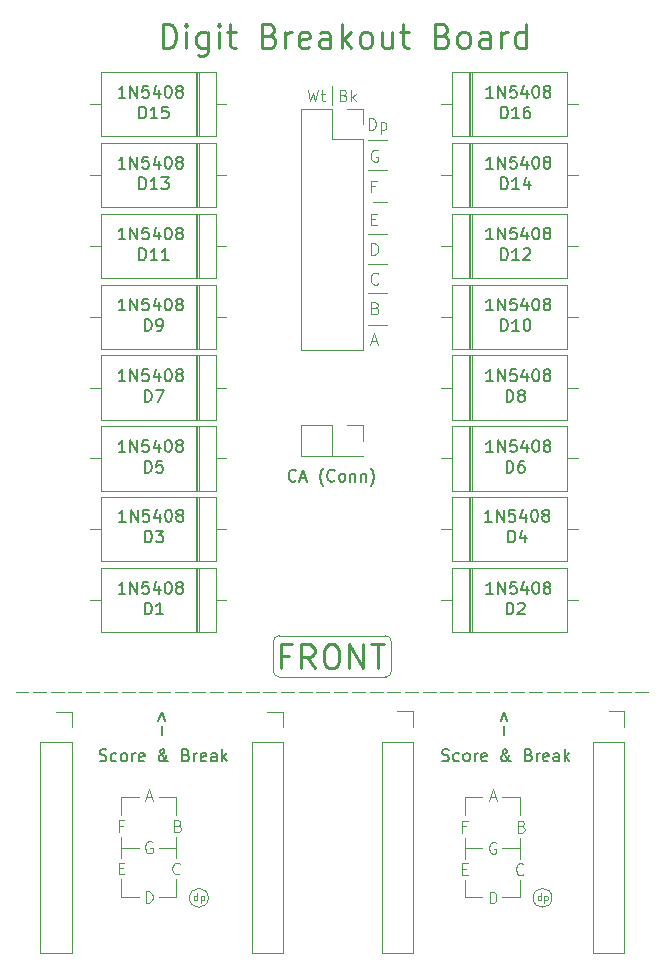
<source format=gbr>
%TF.GenerationSoftware,KiCad,Pcbnew,8.0.3*%
%TF.CreationDate,2024-07-07T19:42:47+08:00*%
%TF.ProjectId,V2.4 Mechanical Seven Segment Digit,56322e34-204d-4656-9368-616e6963616c,rev?*%
%TF.SameCoordinates,Original*%
%TF.FileFunction,Legend,Top*%
%TF.FilePolarity,Positive*%
%FSLAX46Y46*%
G04 Gerber Fmt 4.6, Leading zero omitted, Abs format (unit mm)*
G04 Created by KiCad (PCBNEW 8.0.3) date 2024-07-07 19:42:47*
%MOMM*%
%LPD*%
G01*
G04 APERTURE LIST*
%ADD10C,0.100000*%
%ADD11C,0.150000*%
%ADD12C,0.240000*%
%ADD13C,0.120000*%
G04 APERTURE END LIST*
D10*
X157900000Y-136650000D02*
X157900000Y-135150000D01*
X128800000Y-132450000D02*
X128800000Y-131550000D01*
X128800000Y-128150000D02*
X128800000Y-129650000D01*
X128800000Y-136600000D02*
X128800000Y-135100000D01*
X124100000Y-132450000D02*
X125600000Y-132450000D01*
X131500000Y-136700000D02*
G75*
G02*
X129900000Y-136700000I-800000J0D01*
G01*
X129900000Y-136700000D02*
G75*
G02*
X131500000Y-136700000I800000J0D01*
G01*
X157900000Y-132500000D02*
X156400000Y-132500000D01*
X160600000Y-136700000D02*
G75*
G02*
X159000000Y-136700000I-800000J0D01*
G01*
X159000000Y-136700000D02*
G75*
G02*
X160600000Y-136700000I800000J0D01*
G01*
X153200000Y-136650000D02*
X153200000Y-135150000D01*
X168750000Y-119250000D02*
X167650000Y-119250000D01*
X167250000Y-119250000D02*
X166150000Y-119250000D01*
X165750000Y-119250000D02*
X164650000Y-119250000D01*
X164250000Y-119250000D02*
X163150000Y-119250000D01*
X162750000Y-119250000D02*
X161650000Y-119250000D01*
X161250000Y-119250000D02*
X160150000Y-119250000D01*
X159750000Y-119250000D02*
X158650000Y-119250000D01*
X158250000Y-119250000D02*
X157150000Y-119250000D01*
X156750000Y-119250000D02*
X155650000Y-119250000D01*
X155250000Y-119250000D02*
X154150000Y-119250000D01*
X153750000Y-119250000D02*
X152650000Y-119250000D01*
X152250000Y-119250000D02*
X151150000Y-119250000D01*
X150750000Y-119250000D02*
X149650000Y-119250000D01*
X149250000Y-119250000D02*
X148150000Y-119250000D01*
X147750000Y-119250000D02*
X146650000Y-119250000D01*
X146250000Y-119250000D02*
X145150000Y-119250000D01*
X144750000Y-119250000D02*
X143650000Y-119250000D01*
X143250000Y-119250000D02*
X142150000Y-119250000D01*
X141750000Y-119250000D02*
X140650000Y-119250000D01*
X140250000Y-119250000D02*
X139150000Y-119250000D01*
X138750000Y-119250000D02*
X137650000Y-119250000D01*
X137250000Y-119250000D02*
X136150000Y-119250000D01*
X135750000Y-119250000D02*
X134650000Y-119250000D01*
X134250000Y-119250000D02*
X133150000Y-119250000D01*
X132750000Y-119250000D02*
X131650000Y-119250000D01*
X131250000Y-119250000D02*
X130150000Y-119250000D01*
X129750000Y-119250000D02*
X128650000Y-119250000D01*
X128250000Y-119250000D02*
X127150000Y-119250000D01*
X126750000Y-119250000D02*
X125650000Y-119250000D01*
X125250000Y-119250000D02*
X124150000Y-119250000D01*
X123750000Y-119250000D02*
X122650000Y-119250000D01*
X122250000Y-119250000D02*
X121150000Y-119250000D01*
X120750000Y-119250000D02*
X119650000Y-119250000D01*
X119250000Y-119250000D02*
X118150000Y-119250000D01*
X117750000Y-119250000D02*
X116650000Y-119250000D01*
X116250000Y-119250000D02*
X115250000Y-119250000D01*
X145000000Y-83000000D02*
X146600000Y-83000000D01*
X157900000Y-132500000D02*
X157900000Y-131600000D01*
X128800000Y-128150000D02*
X127300000Y-128150000D01*
X137500000Y-118000000D02*
G75*
G02*
X137000000Y-117500000I0J500000D01*
G01*
X157900000Y-133400000D02*
X157900000Y-132500000D01*
X142000000Y-68000000D02*
X142000000Y-69600000D01*
X128800000Y-136600000D02*
X127300000Y-136600000D01*
X124100000Y-128150000D02*
X124100000Y-129650000D01*
X153200000Y-128200000D02*
X154700000Y-128200000D01*
X146500000Y-114500000D02*
G75*
G02*
X147000000Y-115000000I0J-500000D01*
G01*
X153200000Y-132500000D02*
X153200000Y-131600000D01*
X153200000Y-132500000D02*
X154700000Y-132500000D01*
X145400000Y-77800000D02*
X146600000Y-77800000D01*
X157900000Y-128200000D02*
X157900000Y-129700000D01*
X128800000Y-132450000D02*
X127300000Y-132450000D01*
X145000000Y-80500000D02*
X146600000Y-80500000D01*
X145000000Y-75100000D02*
X146600000Y-75100000D01*
X124100000Y-136600000D02*
X124100000Y-135100000D01*
X157900000Y-132500000D02*
X156400000Y-132500000D01*
X145000000Y-85500000D02*
X146600000Y-85500000D01*
X128800000Y-133350000D02*
X128800000Y-132450000D01*
X153200000Y-133400000D02*
X153200000Y-132500000D01*
X147000000Y-115000000D02*
X147000000Y-117500000D01*
X157900000Y-128200000D02*
X156400000Y-128200000D01*
X153200000Y-132500000D02*
X154700000Y-132500000D01*
X146500000Y-118000000D02*
X137500000Y-118000000D01*
X124100000Y-133350000D02*
X124100000Y-132450000D01*
X157900000Y-136650000D02*
X156400000Y-136650000D01*
X124100000Y-136600000D02*
X125600000Y-136600000D01*
X146600000Y-88200000D02*
X145000000Y-88200000D01*
X153200000Y-128200000D02*
X153200000Y-129700000D01*
X145000000Y-72500000D02*
X146600000Y-72500000D01*
X128800000Y-132450000D02*
X127300000Y-132450000D01*
X124100000Y-132450000D02*
X125600000Y-132450000D01*
X137000000Y-117500000D02*
X137000000Y-115000000D01*
X124100000Y-128150000D02*
X125600000Y-128150000D01*
X137500000Y-114500000D02*
X146500000Y-114500000D01*
X124100000Y-132450000D02*
X124100000Y-131550000D01*
X153200000Y-136650000D02*
X154700000Y-136650000D01*
X137000000Y-115000000D02*
G75*
G02*
X137500000Y-114500000I500000J0D01*
G01*
X147000000Y-117500000D02*
G75*
G02*
X146500000Y-118000000I-500000J0D01*
G01*
X145256265Y-89586704D02*
X145732455Y-89586704D01*
X145161027Y-89872419D02*
X145494360Y-88872419D01*
X145494360Y-88872419D02*
X145827693Y-89872419D01*
X139908646Y-68272419D02*
X140146741Y-69272419D01*
X140146741Y-69272419D02*
X140337217Y-68558133D01*
X140337217Y-68558133D02*
X140527693Y-69272419D01*
X140527693Y-69272419D02*
X140765789Y-68272419D01*
X141003884Y-68605752D02*
X141384836Y-68605752D01*
X141146741Y-68272419D02*
X141146741Y-69129561D01*
X141146741Y-69129561D02*
X141194360Y-69224800D01*
X141194360Y-69224800D02*
X141289598Y-69272419D01*
X141289598Y-69272419D02*
X141384836Y-69272419D01*
X128937217Y-130598609D02*
X129080074Y-130646228D01*
X129080074Y-130646228D02*
X129127693Y-130693847D01*
X129127693Y-130693847D02*
X129175312Y-130789085D01*
X129175312Y-130789085D02*
X129175312Y-130931942D01*
X129175312Y-130931942D02*
X129127693Y-131027180D01*
X129127693Y-131027180D02*
X129080074Y-131074800D01*
X129080074Y-131074800D02*
X128984836Y-131122419D01*
X128984836Y-131122419D02*
X128603884Y-131122419D01*
X128603884Y-131122419D02*
X128603884Y-130122419D01*
X128603884Y-130122419D02*
X128937217Y-130122419D01*
X128937217Y-130122419D02*
X129032455Y-130170038D01*
X129032455Y-130170038D02*
X129080074Y-130217657D01*
X129080074Y-130217657D02*
X129127693Y-130312895D01*
X129127693Y-130312895D02*
X129127693Y-130408133D01*
X129127693Y-130408133D02*
X129080074Y-130503371D01*
X129080074Y-130503371D02*
X129032455Y-130550990D01*
X129032455Y-130550990D02*
X128937217Y-130598609D01*
X128937217Y-130598609D02*
X128603884Y-130598609D01*
X159665789Y-136921371D02*
X159665789Y-136321371D01*
X159665789Y-136892800D02*
X159608646Y-136921371D01*
X159608646Y-136921371D02*
X159494360Y-136921371D01*
X159494360Y-136921371D02*
X159437217Y-136892800D01*
X159437217Y-136892800D02*
X159408646Y-136864228D01*
X159408646Y-136864228D02*
X159380074Y-136807085D01*
X159380074Y-136807085D02*
X159380074Y-136635657D01*
X159380074Y-136635657D02*
X159408646Y-136578514D01*
X159408646Y-136578514D02*
X159437217Y-136549942D01*
X159437217Y-136549942D02*
X159494360Y-136521371D01*
X159494360Y-136521371D02*
X159608646Y-136521371D01*
X159608646Y-136521371D02*
X159665789Y-136549942D01*
X159951503Y-136521371D02*
X159951503Y-137121371D01*
X159951503Y-136549942D02*
X160008646Y-136521371D01*
X160008646Y-136521371D02*
X160122931Y-136521371D01*
X160122931Y-136521371D02*
X160180074Y-136549942D01*
X160180074Y-136549942D02*
X160208646Y-136578514D01*
X160208646Y-136578514D02*
X160237217Y-136635657D01*
X160237217Y-136635657D02*
X160237217Y-136807085D01*
X160237217Y-136807085D02*
X160208646Y-136864228D01*
X160208646Y-136864228D02*
X160180074Y-136892800D01*
X160180074Y-136892800D02*
X160122931Y-136921371D01*
X160122931Y-136921371D02*
X160008646Y-136921371D01*
X160008646Y-136921371D02*
X159951503Y-136892800D01*
X126256265Y-128186704D02*
X126732455Y-128186704D01*
X126161027Y-128472419D02*
X126494360Y-127472419D01*
X126494360Y-127472419D02*
X126827693Y-128472419D01*
D11*
X127538866Y-122938220D02*
X127538866Y-122176316D01*
X127253152Y-121700125D02*
X127538866Y-120938221D01*
X127538866Y-120938221D02*
X127824580Y-121700125D01*
D10*
X155827693Y-132020038D02*
X155732455Y-131972419D01*
X155732455Y-131972419D02*
X155589598Y-131972419D01*
X155589598Y-131972419D02*
X155446741Y-132020038D01*
X155446741Y-132020038D02*
X155351503Y-132115276D01*
X155351503Y-132115276D02*
X155303884Y-132210514D01*
X155303884Y-132210514D02*
X155256265Y-132400990D01*
X155256265Y-132400990D02*
X155256265Y-132543847D01*
X155256265Y-132543847D02*
X155303884Y-132734323D01*
X155303884Y-132734323D02*
X155351503Y-132829561D01*
X155351503Y-132829561D02*
X155446741Y-132924800D01*
X155446741Y-132924800D02*
X155589598Y-132972419D01*
X155589598Y-132972419D02*
X155684836Y-132972419D01*
X155684836Y-132972419D02*
X155827693Y-132924800D01*
X155827693Y-132924800D02*
X155875312Y-132877180D01*
X155875312Y-132877180D02*
X155875312Y-132543847D01*
X155875312Y-132543847D02*
X155684836Y-132543847D01*
X145875312Y-84677180D02*
X145827693Y-84724800D01*
X145827693Y-84724800D02*
X145684836Y-84772419D01*
X145684836Y-84772419D02*
X145589598Y-84772419D01*
X145589598Y-84772419D02*
X145446741Y-84724800D01*
X145446741Y-84724800D02*
X145351503Y-84629561D01*
X145351503Y-84629561D02*
X145303884Y-84534323D01*
X145303884Y-84534323D02*
X145256265Y-84343847D01*
X145256265Y-84343847D02*
X145256265Y-84200990D01*
X145256265Y-84200990D02*
X145303884Y-84010514D01*
X145303884Y-84010514D02*
X145351503Y-83915276D01*
X145351503Y-83915276D02*
X145446741Y-83820038D01*
X145446741Y-83820038D02*
X145589598Y-83772419D01*
X145589598Y-83772419D02*
X145684836Y-83772419D01*
X145684836Y-83772419D02*
X145827693Y-83820038D01*
X145827693Y-83820038D02*
X145875312Y-83867657D01*
X153003884Y-134248609D02*
X153337217Y-134248609D01*
X153480074Y-134772419D02*
X153003884Y-134772419D01*
X153003884Y-134772419D02*
X153003884Y-133772419D01*
X153003884Y-133772419D02*
X153480074Y-133772419D01*
X145637217Y-86748609D02*
X145780074Y-86796228D01*
X145780074Y-86796228D02*
X145827693Y-86843847D01*
X145827693Y-86843847D02*
X145875312Y-86939085D01*
X145875312Y-86939085D02*
X145875312Y-87081942D01*
X145875312Y-87081942D02*
X145827693Y-87177180D01*
X145827693Y-87177180D02*
X145780074Y-87224800D01*
X145780074Y-87224800D02*
X145684836Y-87272419D01*
X145684836Y-87272419D02*
X145303884Y-87272419D01*
X145303884Y-87272419D02*
X145303884Y-86272419D01*
X145303884Y-86272419D02*
X145637217Y-86272419D01*
X145637217Y-86272419D02*
X145732455Y-86320038D01*
X145732455Y-86320038D02*
X145780074Y-86367657D01*
X145780074Y-86367657D02*
X145827693Y-86462895D01*
X145827693Y-86462895D02*
X145827693Y-86558133D01*
X145827693Y-86558133D02*
X145780074Y-86653371D01*
X145780074Y-86653371D02*
X145732455Y-86700990D01*
X145732455Y-86700990D02*
X145637217Y-86748609D01*
X145637217Y-86748609D02*
X145303884Y-86748609D01*
X130565789Y-136921371D02*
X130565789Y-136321371D01*
X130565789Y-136892800D02*
X130508646Y-136921371D01*
X130508646Y-136921371D02*
X130394360Y-136921371D01*
X130394360Y-136921371D02*
X130337217Y-136892800D01*
X130337217Y-136892800D02*
X130308646Y-136864228D01*
X130308646Y-136864228D02*
X130280074Y-136807085D01*
X130280074Y-136807085D02*
X130280074Y-136635657D01*
X130280074Y-136635657D02*
X130308646Y-136578514D01*
X130308646Y-136578514D02*
X130337217Y-136549942D01*
X130337217Y-136549942D02*
X130394360Y-136521371D01*
X130394360Y-136521371D02*
X130508646Y-136521371D01*
X130508646Y-136521371D02*
X130565789Y-136549942D01*
X130851503Y-136521371D02*
X130851503Y-137121371D01*
X130851503Y-136549942D02*
X130908646Y-136521371D01*
X130908646Y-136521371D02*
X131022931Y-136521371D01*
X131022931Y-136521371D02*
X131080074Y-136549942D01*
X131080074Y-136549942D02*
X131108646Y-136578514D01*
X131108646Y-136578514D02*
X131137217Y-136635657D01*
X131137217Y-136635657D02*
X131137217Y-136807085D01*
X131137217Y-136807085D02*
X131108646Y-136864228D01*
X131108646Y-136864228D02*
X131080074Y-136892800D01*
X131080074Y-136892800D02*
X131022931Y-136921371D01*
X131022931Y-136921371D02*
X130908646Y-136921371D01*
X130908646Y-136921371D02*
X130851503Y-136892800D01*
X145303884Y-82272419D02*
X145303884Y-81272419D01*
X145303884Y-81272419D02*
X145541979Y-81272419D01*
X145541979Y-81272419D02*
X145684836Y-81320038D01*
X145684836Y-81320038D02*
X145780074Y-81415276D01*
X145780074Y-81415276D02*
X145827693Y-81510514D01*
X145827693Y-81510514D02*
X145875312Y-81700990D01*
X145875312Y-81700990D02*
X145875312Y-81843847D01*
X145875312Y-81843847D02*
X145827693Y-82034323D01*
X145827693Y-82034323D02*
X145780074Y-82129561D01*
X145780074Y-82129561D02*
X145684836Y-82224800D01*
X145684836Y-82224800D02*
X145541979Y-82272419D01*
X145541979Y-82272419D02*
X145303884Y-82272419D01*
X153337217Y-130648609D02*
X153003884Y-130648609D01*
X153003884Y-131172419D02*
X153003884Y-130172419D01*
X153003884Y-130172419D02*
X153480074Y-130172419D01*
X142937217Y-68748609D02*
X143080074Y-68796228D01*
X143080074Y-68796228D02*
X143127693Y-68843847D01*
X143127693Y-68843847D02*
X143175312Y-68939085D01*
X143175312Y-68939085D02*
X143175312Y-69081942D01*
X143175312Y-69081942D02*
X143127693Y-69177180D01*
X143127693Y-69177180D02*
X143080074Y-69224800D01*
X143080074Y-69224800D02*
X142984836Y-69272419D01*
X142984836Y-69272419D02*
X142603884Y-69272419D01*
X142603884Y-69272419D02*
X142603884Y-68272419D01*
X142603884Y-68272419D02*
X142937217Y-68272419D01*
X142937217Y-68272419D02*
X143032455Y-68320038D01*
X143032455Y-68320038D02*
X143080074Y-68367657D01*
X143080074Y-68367657D02*
X143127693Y-68462895D01*
X143127693Y-68462895D02*
X143127693Y-68558133D01*
X143127693Y-68558133D02*
X143080074Y-68653371D01*
X143080074Y-68653371D02*
X143032455Y-68700990D01*
X143032455Y-68700990D02*
X142937217Y-68748609D01*
X142937217Y-68748609D02*
X142603884Y-68748609D01*
X143603884Y-69272419D02*
X143603884Y-68272419D01*
X143699122Y-68891466D02*
X143984836Y-69272419D01*
X143984836Y-68605752D02*
X143603884Y-68986704D01*
X155303884Y-137172419D02*
X155303884Y-136172419D01*
X155303884Y-136172419D02*
X155541979Y-136172419D01*
X155541979Y-136172419D02*
X155684836Y-136220038D01*
X155684836Y-136220038D02*
X155780074Y-136315276D01*
X155780074Y-136315276D02*
X155827693Y-136410514D01*
X155827693Y-136410514D02*
X155875312Y-136600990D01*
X155875312Y-136600990D02*
X155875312Y-136743847D01*
X155875312Y-136743847D02*
X155827693Y-136934323D01*
X155827693Y-136934323D02*
X155780074Y-137029561D01*
X155780074Y-137029561D02*
X155684836Y-137124800D01*
X155684836Y-137124800D02*
X155541979Y-137172419D01*
X155541979Y-137172419D02*
X155303884Y-137172419D01*
X123903884Y-134198609D02*
X124237217Y-134198609D01*
X124380074Y-134722419D02*
X123903884Y-134722419D01*
X123903884Y-134722419D02*
X123903884Y-133722419D01*
X123903884Y-133722419D02*
X124380074Y-133722419D01*
X129075312Y-134627180D02*
X129027693Y-134674800D01*
X129027693Y-134674800D02*
X128884836Y-134722419D01*
X128884836Y-134722419D02*
X128789598Y-134722419D01*
X128789598Y-134722419D02*
X128646741Y-134674800D01*
X128646741Y-134674800D02*
X128551503Y-134579561D01*
X128551503Y-134579561D02*
X128503884Y-134484323D01*
X128503884Y-134484323D02*
X128456265Y-134293847D01*
X128456265Y-134293847D02*
X128456265Y-134150990D01*
X128456265Y-134150990D02*
X128503884Y-133960514D01*
X128503884Y-133960514D02*
X128551503Y-133865276D01*
X128551503Y-133865276D02*
X128646741Y-133770038D01*
X128646741Y-133770038D02*
X128789598Y-133722419D01*
X128789598Y-133722419D02*
X128884836Y-133722419D01*
X128884836Y-133722419D02*
X129027693Y-133770038D01*
X129027693Y-133770038D02*
X129075312Y-133817657D01*
X155356265Y-128186704D02*
X155832455Y-128186704D01*
X155261027Y-128472419D02*
X155594360Y-127472419D01*
X155594360Y-127472419D02*
X155927693Y-128472419D01*
X158175312Y-134677180D02*
X158127693Y-134724800D01*
X158127693Y-134724800D02*
X157984836Y-134772419D01*
X157984836Y-134772419D02*
X157889598Y-134772419D01*
X157889598Y-134772419D02*
X157746741Y-134724800D01*
X157746741Y-134724800D02*
X157651503Y-134629561D01*
X157651503Y-134629561D02*
X157603884Y-134534323D01*
X157603884Y-134534323D02*
X157556265Y-134343847D01*
X157556265Y-134343847D02*
X157556265Y-134200990D01*
X157556265Y-134200990D02*
X157603884Y-134010514D01*
X157603884Y-134010514D02*
X157651503Y-133915276D01*
X157651503Y-133915276D02*
X157746741Y-133820038D01*
X157746741Y-133820038D02*
X157889598Y-133772419D01*
X157889598Y-133772419D02*
X157984836Y-133772419D01*
X157984836Y-133772419D02*
X158127693Y-133820038D01*
X158127693Y-133820038D02*
X158175312Y-133867657D01*
X124237217Y-130598609D02*
X123903884Y-130598609D01*
X123903884Y-131122419D02*
X123903884Y-130122419D01*
X123903884Y-130122419D02*
X124380074Y-130122419D01*
X126203884Y-137122419D02*
X126203884Y-136122419D01*
X126203884Y-136122419D02*
X126441979Y-136122419D01*
X126441979Y-136122419D02*
X126584836Y-136170038D01*
X126584836Y-136170038D02*
X126680074Y-136265276D01*
X126680074Y-136265276D02*
X126727693Y-136360514D01*
X126727693Y-136360514D02*
X126775312Y-136550990D01*
X126775312Y-136550990D02*
X126775312Y-136693847D01*
X126775312Y-136693847D02*
X126727693Y-136884323D01*
X126727693Y-136884323D02*
X126680074Y-136979561D01*
X126680074Y-136979561D02*
X126584836Y-137074800D01*
X126584836Y-137074800D02*
X126441979Y-137122419D01*
X126441979Y-137122419D02*
X126203884Y-137122419D01*
X126727693Y-131970038D02*
X126632455Y-131922419D01*
X126632455Y-131922419D02*
X126489598Y-131922419D01*
X126489598Y-131922419D02*
X126346741Y-131970038D01*
X126346741Y-131970038D02*
X126251503Y-132065276D01*
X126251503Y-132065276D02*
X126203884Y-132160514D01*
X126203884Y-132160514D02*
X126156265Y-132350990D01*
X126156265Y-132350990D02*
X126156265Y-132493847D01*
X126156265Y-132493847D02*
X126203884Y-132684323D01*
X126203884Y-132684323D02*
X126251503Y-132779561D01*
X126251503Y-132779561D02*
X126346741Y-132874800D01*
X126346741Y-132874800D02*
X126489598Y-132922419D01*
X126489598Y-132922419D02*
X126584836Y-132922419D01*
X126584836Y-132922419D02*
X126727693Y-132874800D01*
X126727693Y-132874800D02*
X126775312Y-132827180D01*
X126775312Y-132827180D02*
X126775312Y-132493847D01*
X126775312Y-132493847D02*
X126584836Y-132493847D01*
D12*
X138300751Y-116195139D02*
X137634084Y-116195139D01*
X137634084Y-117242758D02*
X137634084Y-115242758D01*
X137634084Y-115242758D02*
X138586465Y-115242758D01*
X140491227Y-117242758D02*
X139824560Y-116290377D01*
X139348370Y-117242758D02*
X139348370Y-115242758D01*
X139348370Y-115242758D02*
X140110275Y-115242758D01*
X140110275Y-115242758D02*
X140300751Y-115337996D01*
X140300751Y-115337996D02*
X140395989Y-115433234D01*
X140395989Y-115433234D02*
X140491227Y-115623710D01*
X140491227Y-115623710D02*
X140491227Y-115909424D01*
X140491227Y-115909424D02*
X140395989Y-116099900D01*
X140395989Y-116099900D02*
X140300751Y-116195139D01*
X140300751Y-116195139D02*
X140110275Y-116290377D01*
X140110275Y-116290377D02*
X139348370Y-116290377D01*
X141729322Y-115242758D02*
X142110275Y-115242758D01*
X142110275Y-115242758D02*
X142300751Y-115337996D01*
X142300751Y-115337996D02*
X142491227Y-115528472D01*
X142491227Y-115528472D02*
X142586465Y-115909424D01*
X142586465Y-115909424D02*
X142586465Y-116576091D01*
X142586465Y-116576091D02*
X142491227Y-116957043D01*
X142491227Y-116957043D02*
X142300751Y-117147520D01*
X142300751Y-117147520D02*
X142110275Y-117242758D01*
X142110275Y-117242758D02*
X141729322Y-117242758D01*
X141729322Y-117242758D02*
X141538846Y-117147520D01*
X141538846Y-117147520D02*
X141348370Y-116957043D01*
X141348370Y-116957043D02*
X141253132Y-116576091D01*
X141253132Y-116576091D02*
X141253132Y-115909424D01*
X141253132Y-115909424D02*
X141348370Y-115528472D01*
X141348370Y-115528472D02*
X141538846Y-115337996D01*
X141538846Y-115337996D02*
X141729322Y-115242758D01*
X143443608Y-117242758D02*
X143443608Y-115242758D01*
X143443608Y-115242758D02*
X144586465Y-117242758D01*
X144586465Y-117242758D02*
X144586465Y-115242758D01*
X145253132Y-115242758D02*
X146395989Y-115242758D01*
X145824560Y-117242758D02*
X145824560Y-115242758D01*
D10*
X145103884Y-71672419D02*
X145103884Y-70672419D01*
X145103884Y-70672419D02*
X145341979Y-70672419D01*
X145341979Y-70672419D02*
X145484836Y-70720038D01*
X145484836Y-70720038D02*
X145580074Y-70815276D01*
X145580074Y-70815276D02*
X145627693Y-70910514D01*
X145627693Y-70910514D02*
X145675312Y-71100990D01*
X145675312Y-71100990D02*
X145675312Y-71243847D01*
X145675312Y-71243847D02*
X145627693Y-71434323D01*
X145627693Y-71434323D02*
X145580074Y-71529561D01*
X145580074Y-71529561D02*
X145484836Y-71624800D01*
X145484836Y-71624800D02*
X145341979Y-71672419D01*
X145341979Y-71672419D02*
X145103884Y-71672419D01*
X146103884Y-71005752D02*
X146103884Y-72005752D01*
X146103884Y-71053371D02*
X146199122Y-71005752D01*
X146199122Y-71005752D02*
X146389598Y-71005752D01*
X146389598Y-71005752D02*
X146484836Y-71053371D01*
X146484836Y-71053371D02*
X146532455Y-71100990D01*
X146532455Y-71100990D02*
X146580074Y-71196228D01*
X146580074Y-71196228D02*
X146580074Y-71481942D01*
X146580074Y-71481942D02*
X146532455Y-71577180D01*
X146532455Y-71577180D02*
X146484836Y-71624800D01*
X146484836Y-71624800D02*
X146389598Y-71672419D01*
X146389598Y-71672419D02*
X146199122Y-71672419D01*
X146199122Y-71672419D02*
X146103884Y-71624800D01*
X158037217Y-130648609D02*
X158180074Y-130696228D01*
X158180074Y-130696228D02*
X158227693Y-130743847D01*
X158227693Y-130743847D02*
X158275312Y-130839085D01*
X158275312Y-130839085D02*
X158275312Y-130981942D01*
X158275312Y-130981942D02*
X158227693Y-131077180D01*
X158227693Y-131077180D02*
X158180074Y-131124800D01*
X158180074Y-131124800D02*
X158084836Y-131172419D01*
X158084836Y-131172419D02*
X157703884Y-131172419D01*
X157703884Y-131172419D02*
X157703884Y-130172419D01*
X157703884Y-130172419D02*
X158037217Y-130172419D01*
X158037217Y-130172419D02*
X158132455Y-130220038D01*
X158132455Y-130220038D02*
X158180074Y-130267657D01*
X158180074Y-130267657D02*
X158227693Y-130362895D01*
X158227693Y-130362895D02*
X158227693Y-130458133D01*
X158227693Y-130458133D02*
X158180074Y-130553371D01*
X158180074Y-130553371D02*
X158132455Y-130600990D01*
X158132455Y-130600990D02*
X158037217Y-130648609D01*
X158037217Y-130648609D02*
X157703884Y-130648609D01*
D11*
X156538866Y-122938220D02*
X156538866Y-122176316D01*
X156253152Y-121700125D02*
X156538866Y-120938221D01*
X156538866Y-120938221D02*
X156824580Y-121700125D01*
D10*
X145303884Y-79248609D02*
X145637217Y-79248609D01*
X145780074Y-79772419D02*
X145303884Y-79772419D01*
X145303884Y-79772419D02*
X145303884Y-78772419D01*
X145303884Y-78772419D02*
X145780074Y-78772419D01*
D11*
X122289160Y-125072200D02*
X122432017Y-125119819D01*
X122432017Y-125119819D02*
X122670112Y-125119819D01*
X122670112Y-125119819D02*
X122765350Y-125072200D01*
X122765350Y-125072200D02*
X122812969Y-125024580D01*
X122812969Y-125024580D02*
X122860588Y-124929342D01*
X122860588Y-124929342D02*
X122860588Y-124834104D01*
X122860588Y-124834104D02*
X122812969Y-124738866D01*
X122812969Y-124738866D02*
X122765350Y-124691247D01*
X122765350Y-124691247D02*
X122670112Y-124643628D01*
X122670112Y-124643628D02*
X122479636Y-124596009D01*
X122479636Y-124596009D02*
X122384398Y-124548390D01*
X122384398Y-124548390D02*
X122336779Y-124500771D01*
X122336779Y-124500771D02*
X122289160Y-124405533D01*
X122289160Y-124405533D02*
X122289160Y-124310295D01*
X122289160Y-124310295D02*
X122336779Y-124215057D01*
X122336779Y-124215057D02*
X122384398Y-124167438D01*
X122384398Y-124167438D02*
X122479636Y-124119819D01*
X122479636Y-124119819D02*
X122717731Y-124119819D01*
X122717731Y-124119819D02*
X122860588Y-124167438D01*
X123717731Y-125072200D02*
X123622493Y-125119819D01*
X123622493Y-125119819D02*
X123432017Y-125119819D01*
X123432017Y-125119819D02*
X123336779Y-125072200D01*
X123336779Y-125072200D02*
X123289160Y-125024580D01*
X123289160Y-125024580D02*
X123241541Y-124929342D01*
X123241541Y-124929342D02*
X123241541Y-124643628D01*
X123241541Y-124643628D02*
X123289160Y-124548390D01*
X123289160Y-124548390D02*
X123336779Y-124500771D01*
X123336779Y-124500771D02*
X123432017Y-124453152D01*
X123432017Y-124453152D02*
X123622493Y-124453152D01*
X123622493Y-124453152D02*
X123717731Y-124500771D01*
X124289160Y-125119819D02*
X124193922Y-125072200D01*
X124193922Y-125072200D02*
X124146303Y-125024580D01*
X124146303Y-125024580D02*
X124098684Y-124929342D01*
X124098684Y-124929342D02*
X124098684Y-124643628D01*
X124098684Y-124643628D02*
X124146303Y-124548390D01*
X124146303Y-124548390D02*
X124193922Y-124500771D01*
X124193922Y-124500771D02*
X124289160Y-124453152D01*
X124289160Y-124453152D02*
X124432017Y-124453152D01*
X124432017Y-124453152D02*
X124527255Y-124500771D01*
X124527255Y-124500771D02*
X124574874Y-124548390D01*
X124574874Y-124548390D02*
X124622493Y-124643628D01*
X124622493Y-124643628D02*
X124622493Y-124929342D01*
X124622493Y-124929342D02*
X124574874Y-125024580D01*
X124574874Y-125024580D02*
X124527255Y-125072200D01*
X124527255Y-125072200D02*
X124432017Y-125119819D01*
X124432017Y-125119819D02*
X124289160Y-125119819D01*
X125051065Y-125119819D02*
X125051065Y-124453152D01*
X125051065Y-124643628D02*
X125098684Y-124548390D01*
X125098684Y-124548390D02*
X125146303Y-124500771D01*
X125146303Y-124500771D02*
X125241541Y-124453152D01*
X125241541Y-124453152D02*
X125336779Y-124453152D01*
X126051065Y-125072200D02*
X125955827Y-125119819D01*
X125955827Y-125119819D02*
X125765351Y-125119819D01*
X125765351Y-125119819D02*
X125670113Y-125072200D01*
X125670113Y-125072200D02*
X125622494Y-124976961D01*
X125622494Y-124976961D02*
X125622494Y-124596009D01*
X125622494Y-124596009D02*
X125670113Y-124500771D01*
X125670113Y-124500771D02*
X125765351Y-124453152D01*
X125765351Y-124453152D02*
X125955827Y-124453152D01*
X125955827Y-124453152D02*
X126051065Y-124500771D01*
X126051065Y-124500771D02*
X126098684Y-124596009D01*
X126098684Y-124596009D02*
X126098684Y-124691247D01*
X126098684Y-124691247D02*
X125622494Y-124786485D01*
X128098685Y-125119819D02*
X128051066Y-125119819D01*
X128051066Y-125119819D02*
X127955827Y-125072200D01*
X127955827Y-125072200D02*
X127812970Y-124929342D01*
X127812970Y-124929342D02*
X127574875Y-124643628D01*
X127574875Y-124643628D02*
X127479637Y-124500771D01*
X127479637Y-124500771D02*
X127432018Y-124357914D01*
X127432018Y-124357914D02*
X127432018Y-124262676D01*
X127432018Y-124262676D02*
X127479637Y-124167438D01*
X127479637Y-124167438D02*
X127574875Y-124119819D01*
X127574875Y-124119819D02*
X127622494Y-124119819D01*
X127622494Y-124119819D02*
X127717732Y-124167438D01*
X127717732Y-124167438D02*
X127765351Y-124262676D01*
X127765351Y-124262676D02*
X127765351Y-124310295D01*
X127765351Y-124310295D02*
X127717732Y-124405533D01*
X127717732Y-124405533D02*
X127670113Y-124453152D01*
X127670113Y-124453152D02*
X127384399Y-124643628D01*
X127384399Y-124643628D02*
X127336780Y-124691247D01*
X127336780Y-124691247D02*
X127289161Y-124786485D01*
X127289161Y-124786485D02*
X127289161Y-124929342D01*
X127289161Y-124929342D02*
X127336780Y-125024580D01*
X127336780Y-125024580D02*
X127384399Y-125072200D01*
X127384399Y-125072200D02*
X127479637Y-125119819D01*
X127479637Y-125119819D02*
X127622494Y-125119819D01*
X127622494Y-125119819D02*
X127717732Y-125072200D01*
X127717732Y-125072200D02*
X127765351Y-125024580D01*
X127765351Y-125024580D02*
X127908208Y-124834104D01*
X127908208Y-124834104D02*
X127955827Y-124691247D01*
X127955827Y-124691247D02*
X127955827Y-124596009D01*
X129622494Y-124596009D02*
X129765351Y-124643628D01*
X129765351Y-124643628D02*
X129812970Y-124691247D01*
X129812970Y-124691247D02*
X129860589Y-124786485D01*
X129860589Y-124786485D02*
X129860589Y-124929342D01*
X129860589Y-124929342D02*
X129812970Y-125024580D01*
X129812970Y-125024580D02*
X129765351Y-125072200D01*
X129765351Y-125072200D02*
X129670113Y-125119819D01*
X129670113Y-125119819D02*
X129289161Y-125119819D01*
X129289161Y-125119819D02*
X129289161Y-124119819D01*
X129289161Y-124119819D02*
X129622494Y-124119819D01*
X129622494Y-124119819D02*
X129717732Y-124167438D01*
X129717732Y-124167438D02*
X129765351Y-124215057D01*
X129765351Y-124215057D02*
X129812970Y-124310295D01*
X129812970Y-124310295D02*
X129812970Y-124405533D01*
X129812970Y-124405533D02*
X129765351Y-124500771D01*
X129765351Y-124500771D02*
X129717732Y-124548390D01*
X129717732Y-124548390D02*
X129622494Y-124596009D01*
X129622494Y-124596009D02*
X129289161Y-124596009D01*
X130289161Y-125119819D02*
X130289161Y-124453152D01*
X130289161Y-124643628D02*
X130336780Y-124548390D01*
X130336780Y-124548390D02*
X130384399Y-124500771D01*
X130384399Y-124500771D02*
X130479637Y-124453152D01*
X130479637Y-124453152D02*
X130574875Y-124453152D01*
X131289161Y-125072200D02*
X131193923Y-125119819D01*
X131193923Y-125119819D02*
X131003447Y-125119819D01*
X131003447Y-125119819D02*
X130908209Y-125072200D01*
X130908209Y-125072200D02*
X130860590Y-124976961D01*
X130860590Y-124976961D02*
X130860590Y-124596009D01*
X130860590Y-124596009D02*
X130908209Y-124500771D01*
X130908209Y-124500771D02*
X131003447Y-124453152D01*
X131003447Y-124453152D02*
X131193923Y-124453152D01*
X131193923Y-124453152D02*
X131289161Y-124500771D01*
X131289161Y-124500771D02*
X131336780Y-124596009D01*
X131336780Y-124596009D02*
X131336780Y-124691247D01*
X131336780Y-124691247D02*
X130860590Y-124786485D01*
X132193923Y-125119819D02*
X132193923Y-124596009D01*
X132193923Y-124596009D02*
X132146304Y-124500771D01*
X132146304Y-124500771D02*
X132051066Y-124453152D01*
X132051066Y-124453152D02*
X131860590Y-124453152D01*
X131860590Y-124453152D02*
X131765352Y-124500771D01*
X132193923Y-125072200D02*
X132098685Y-125119819D01*
X132098685Y-125119819D02*
X131860590Y-125119819D01*
X131860590Y-125119819D02*
X131765352Y-125072200D01*
X131765352Y-125072200D02*
X131717733Y-124976961D01*
X131717733Y-124976961D02*
X131717733Y-124881723D01*
X131717733Y-124881723D02*
X131765352Y-124786485D01*
X131765352Y-124786485D02*
X131860590Y-124738866D01*
X131860590Y-124738866D02*
X132098685Y-124738866D01*
X132098685Y-124738866D02*
X132193923Y-124691247D01*
X132670114Y-125119819D02*
X132670114Y-124119819D01*
X132765352Y-124738866D02*
X133051066Y-125119819D01*
X133051066Y-124453152D02*
X132670114Y-124834104D01*
X151289160Y-125072200D02*
X151432017Y-125119819D01*
X151432017Y-125119819D02*
X151670112Y-125119819D01*
X151670112Y-125119819D02*
X151765350Y-125072200D01*
X151765350Y-125072200D02*
X151812969Y-125024580D01*
X151812969Y-125024580D02*
X151860588Y-124929342D01*
X151860588Y-124929342D02*
X151860588Y-124834104D01*
X151860588Y-124834104D02*
X151812969Y-124738866D01*
X151812969Y-124738866D02*
X151765350Y-124691247D01*
X151765350Y-124691247D02*
X151670112Y-124643628D01*
X151670112Y-124643628D02*
X151479636Y-124596009D01*
X151479636Y-124596009D02*
X151384398Y-124548390D01*
X151384398Y-124548390D02*
X151336779Y-124500771D01*
X151336779Y-124500771D02*
X151289160Y-124405533D01*
X151289160Y-124405533D02*
X151289160Y-124310295D01*
X151289160Y-124310295D02*
X151336779Y-124215057D01*
X151336779Y-124215057D02*
X151384398Y-124167438D01*
X151384398Y-124167438D02*
X151479636Y-124119819D01*
X151479636Y-124119819D02*
X151717731Y-124119819D01*
X151717731Y-124119819D02*
X151860588Y-124167438D01*
X152717731Y-125072200D02*
X152622493Y-125119819D01*
X152622493Y-125119819D02*
X152432017Y-125119819D01*
X152432017Y-125119819D02*
X152336779Y-125072200D01*
X152336779Y-125072200D02*
X152289160Y-125024580D01*
X152289160Y-125024580D02*
X152241541Y-124929342D01*
X152241541Y-124929342D02*
X152241541Y-124643628D01*
X152241541Y-124643628D02*
X152289160Y-124548390D01*
X152289160Y-124548390D02*
X152336779Y-124500771D01*
X152336779Y-124500771D02*
X152432017Y-124453152D01*
X152432017Y-124453152D02*
X152622493Y-124453152D01*
X152622493Y-124453152D02*
X152717731Y-124500771D01*
X153289160Y-125119819D02*
X153193922Y-125072200D01*
X153193922Y-125072200D02*
X153146303Y-125024580D01*
X153146303Y-125024580D02*
X153098684Y-124929342D01*
X153098684Y-124929342D02*
X153098684Y-124643628D01*
X153098684Y-124643628D02*
X153146303Y-124548390D01*
X153146303Y-124548390D02*
X153193922Y-124500771D01*
X153193922Y-124500771D02*
X153289160Y-124453152D01*
X153289160Y-124453152D02*
X153432017Y-124453152D01*
X153432017Y-124453152D02*
X153527255Y-124500771D01*
X153527255Y-124500771D02*
X153574874Y-124548390D01*
X153574874Y-124548390D02*
X153622493Y-124643628D01*
X153622493Y-124643628D02*
X153622493Y-124929342D01*
X153622493Y-124929342D02*
X153574874Y-125024580D01*
X153574874Y-125024580D02*
X153527255Y-125072200D01*
X153527255Y-125072200D02*
X153432017Y-125119819D01*
X153432017Y-125119819D02*
X153289160Y-125119819D01*
X154051065Y-125119819D02*
X154051065Y-124453152D01*
X154051065Y-124643628D02*
X154098684Y-124548390D01*
X154098684Y-124548390D02*
X154146303Y-124500771D01*
X154146303Y-124500771D02*
X154241541Y-124453152D01*
X154241541Y-124453152D02*
X154336779Y-124453152D01*
X155051065Y-125072200D02*
X154955827Y-125119819D01*
X154955827Y-125119819D02*
X154765351Y-125119819D01*
X154765351Y-125119819D02*
X154670113Y-125072200D01*
X154670113Y-125072200D02*
X154622494Y-124976961D01*
X154622494Y-124976961D02*
X154622494Y-124596009D01*
X154622494Y-124596009D02*
X154670113Y-124500771D01*
X154670113Y-124500771D02*
X154765351Y-124453152D01*
X154765351Y-124453152D02*
X154955827Y-124453152D01*
X154955827Y-124453152D02*
X155051065Y-124500771D01*
X155051065Y-124500771D02*
X155098684Y-124596009D01*
X155098684Y-124596009D02*
X155098684Y-124691247D01*
X155098684Y-124691247D02*
X154622494Y-124786485D01*
X157098685Y-125119819D02*
X157051066Y-125119819D01*
X157051066Y-125119819D02*
X156955827Y-125072200D01*
X156955827Y-125072200D02*
X156812970Y-124929342D01*
X156812970Y-124929342D02*
X156574875Y-124643628D01*
X156574875Y-124643628D02*
X156479637Y-124500771D01*
X156479637Y-124500771D02*
X156432018Y-124357914D01*
X156432018Y-124357914D02*
X156432018Y-124262676D01*
X156432018Y-124262676D02*
X156479637Y-124167438D01*
X156479637Y-124167438D02*
X156574875Y-124119819D01*
X156574875Y-124119819D02*
X156622494Y-124119819D01*
X156622494Y-124119819D02*
X156717732Y-124167438D01*
X156717732Y-124167438D02*
X156765351Y-124262676D01*
X156765351Y-124262676D02*
X156765351Y-124310295D01*
X156765351Y-124310295D02*
X156717732Y-124405533D01*
X156717732Y-124405533D02*
X156670113Y-124453152D01*
X156670113Y-124453152D02*
X156384399Y-124643628D01*
X156384399Y-124643628D02*
X156336780Y-124691247D01*
X156336780Y-124691247D02*
X156289161Y-124786485D01*
X156289161Y-124786485D02*
X156289161Y-124929342D01*
X156289161Y-124929342D02*
X156336780Y-125024580D01*
X156336780Y-125024580D02*
X156384399Y-125072200D01*
X156384399Y-125072200D02*
X156479637Y-125119819D01*
X156479637Y-125119819D02*
X156622494Y-125119819D01*
X156622494Y-125119819D02*
X156717732Y-125072200D01*
X156717732Y-125072200D02*
X156765351Y-125024580D01*
X156765351Y-125024580D02*
X156908208Y-124834104D01*
X156908208Y-124834104D02*
X156955827Y-124691247D01*
X156955827Y-124691247D02*
X156955827Y-124596009D01*
X158622494Y-124596009D02*
X158765351Y-124643628D01*
X158765351Y-124643628D02*
X158812970Y-124691247D01*
X158812970Y-124691247D02*
X158860589Y-124786485D01*
X158860589Y-124786485D02*
X158860589Y-124929342D01*
X158860589Y-124929342D02*
X158812970Y-125024580D01*
X158812970Y-125024580D02*
X158765351Y-125072200D01*
X158765351Y-125072200D02*
X158670113Y-125119819D01*
X158670113Y-125119819D02*
X158289161Y-125119819D01*
X158289161Y-125119819D02*
X158289161Y-124119819D01*
X158289161Y-124119819D02*
X158622494Y-124119819D01*
X158622494Y-124119819D02*
X158717732Y-124167438D01*
X158717732Y-124167438D02*
X158765351Y-124215057D01*
X158765351Y-124215057D02*
X158812970Y-124310295D01*
X158812970Y-124310295D02*
X158812970Y-124405533D01*
X158812970Y-124405533D02*
X158765351Y-124500771D01*
X158765351Y-124500771D02*
X158717732Y-124548390D01*
X158717732Y-124548390D02*
X158622494Y-124596009D01*
X158622494Y-124596009D02*
X158289161Y-124596009D01*
X159289161Y-125119819D02*
X159289161Y-124453152D01*
X159289161Y-124643628D02*
X159336780Y-124548390D01*
X159336780Y-124548390D02*
X159384399Y-124500771D01*
X159384399Y-124500771D02*
X159479637Y-124453152D01*
X159479637Y-124453152D02*
X159574875Y-124453152D01*
X160289161Y-125072200D02*
X160193923Y-125119819D01*
X160193923Y-125119819D02*
X160003447Y-125119819D01*
X160003447Y-125119819D02*
X159908209Y-125072200D01*
X159908209Y-125072200D02*
X159860590Y-124976961D01*
X159860590Y-124976961D02*
X159860590Y-124596009D01*
X159860590Y-124596009D02*
X159908209Y-124500771D01*
X159908209Y-124500771D02*
X160003447Y-124453152D01*
X160003447Y-124453152D02*
X160193923Y-124453152D01*
X160193923Y-124453152D02*
X160289161Y-124500771D01*
X160289161Y-124500771D02*
X160336780Y-124596009D01*
X160336780Y-124596009D02*
X160336780Y-124691247D01*
X160336780Y-124691247D02*
X159860590Y-124786485D01*
X161193923Y-125119819D02*
X161193923Y-124596009D01*
X161193923Y-124596009D02*
X161146304Y-124500771D01*
X161146304Y-124500771D02*
X161051066Y-124453152D01*
X161051066Y-124453152D02*
X160860590Y-124453152D01*
X160860590Y-124453152D02*
X160765352Y-124500771D01*
X161193923Y-125072200D02*
X161098685Y-125119819D01*
X161098685Y-125119819D02*
X160860590Y-125119819D01*
X160860590Y-125119819D02*
X160765352Y-125072200D01*
X160765352Y-125072200D02*
X160717733Y-124976961D01*
X160717733Y-124976961D02*
X160717733Y-124881723D01*
X160717733Y-124881723D02*
X160765352Y-124786485D01*
X160765352Y-124786485D02*
X160860590Y-124738866D01*
X160860590Y-124738866D02*
X161098685Y-124738866D01*
X161098685Y-124738866D02*
X161193923Y-124691247D01*
X161670114Y-125119819D02*
X161670114Y-124119819D01*
X161765352Y-124738866D02*
X162051066Y-125119819D01*
X162051066Y-124453152D02*
X161670114Y-124834104D01*
D10*
X145637217Y-76448609D02*
X145303884Y-76448609D01*
X145303884Y-76972419D02*
X145303884Y-75972419D01*
X145303884Y-75972419D02*
X145780074Y-75972419D01*
X145827693Y-73420038D02*
X145732455Y-73372419D01*
X145732455Y-73372419D02*
X145589598Y-73372419D01*
X145589598Y-73372419D02*
X145446741Y-73420038D01*
X145446741Y-73420038D02*
X145351503Y-73515276D01*
X145351503Y-73515276D02*
X145303884Y-73610514D01*
X145303884Y-73610514D02*
X145256265Y-73800990D01*
X145256265Y-73800990D02*
X145256265Y-73943847D01*
X145256265Y-73943847D02*
X145303884Y-74134323D01*
X145303884Y-74134323D02*
X145351503Y-74229561D01*
X145351503Y-74229561D02*
X145446741Y-74324800D01*
X145446741Y-74324800D02*
X145589598Y-74372419D01*
X145589598Y-74372419D02*
X145684836Y-74372419D01*
X145684836Y-74372419D02*
X145827693Y-74324800D01*
X145827693Y-74324800D02*
X145875312Y-74277180D01*
X145875312Y-74277180D02*
X145875312Y-73943847D01*
X145875312Y-73943847D02*
X145684836Y-73943847D01*
D12*
X127634084Y-64742758D02*
X127634084Y-62742758D01*
X127634084Y-62742758D02*
X128110274Y-62742758D01*
X128110274Y-62742758D02*
X128395989Y-62837996D01*
X128395989Y-62837996D02*
X128586465Y-63028472D01*
X128586465Y-63028472D02*
X128681703Y-63218948D01*
X128681703Y-63218948D02*
X128776941Y-63599900D01*
X128776941Y-63599900D02*
X128776941Y-63885615D01*
X128776941Y-63885615D02*
X128681703Y-64266567D01*
X128681703Y-64266567D02*
X128586465Y-64457043D01*
X128586465Y-64457043D02*
X128395989Y-64647520D01*
X128395989Y-64647520D02*
X128110274Y-64742758D01*
X128110274Y-64742758D02*
X127634084Y-64742758D01*
X129634084Y-64742758D02*
X129634084Y-63409424D01*
X129634084Y-62742758D02*
X129538846Y-62837996D01*
X129538846Y-62837996D02*
X129634084Y-62933234D01*
X129634084Y-62933234D02*
X129729322Y-62837996D01*
X129729322Y-62837996D02*
X129634084Y-62742758D01*
X129634084Y-62742758D02*
X129634084Y-62933234D01*
X131443608Y-63409424D02*
X131443608Y-65028472D01*
X131443608Y-65028472D02*
X131348370Y-65218948D01*
X131348370Y-65218948D02*
X131253132Y-65314186D01*
X131253132Y-65314186D02*
X131062655Y-65409424D01*
X131062655Y-65409424D02*
X130776941Y-65409424D01*
X130776941Y-65409424D02*
X130586465Y-65314186D01*
X131443608Y-64647520D02*
X131253132Y-64742758D01*
X131253132Y-64742758D02*
X130872179Y-64742758D01*
X130872179Y-64742758D02*
X130681703Y-64647520D01*
X130681703Y-64647520D02*
X130586465Y-64552281D01*
X130586465Y-64552281D02*
X130491227Y-64361805D01*
X130491227Y-64361805D02*
X130491227Y-63790377D01*
X130491227Y-63790377D02*
X130586465Y-63599900D01*
X130586465Y-63599900D02*
X130681703Y-63504662D01*
X130681703Y-63504662D02*
X130872179Y-63409424D01*
X130872179Y-63409424D02*
X131253132Y-63409424D01*
X131253132Y-63409424D02*
X131443608Y-63504662D01*
X132395989Y-64742758D02*
X132395989Y-63409424D01*
X132395989Y-62742758D02*
X132300751Y-62837996D01*
X132300751Y-62837996D02*
X132395989Y-62933234D01*
X132395989Y-62933234D02*
X132491227Y-62837996D01*
X132491227Y-62837996D02*
X132395989Y-62742758D01*
X132395989Y-62742758D02*
X132395989Y-62933234D01*
X133062656Y-63409424D02*
X133824560Y-63409424D01*
X133348370Y-62742758D02*
X133348370Y-64457043D01*
X133348370Y-64457043D02*
X133443608Y-64647520D01*
X133443608Y-64647520D02*
X133634084Y-64742758D01*
X133634084Y-64742758D02*
X133824560Y-64742758D01*
X136681704Y-63695139D02*
X136967418Y-63790377D01*
X136967418Y-63790377D02*
X137062656Y-63885615D01*
X137062656Y-63885615D02*
X137157894Y-64076091D01*
X137157894Y-64076091D02*
X137157894Y-64361805D01*
X137157894Y-64361805D02*
X137062656Y-64552281D01*
X137062656Y-64552281D02*
X136967418Y-64647520D01*
X136967418Y-64647520D02*
X136776942Y-64742758D01*
X136776942Y-64742758D02*
X136015037Y-64742758D01*
X136015037Y-64742758D02*
X136015037Y-62742758D01*
X136015037Y-62742758D02*
X136681704Y-62742758D01*
X136681704Y-62742758D02*
X136872180Y-62837996D01*
X136872180Y-62837996D02*
X136967418Y-62933234D01*
X136967418Y-62933234D02*
X137062656Y-63123710D01*
X137062656Y-63123710D02*
X137062656Y-63314186D01*
X137062656Y-63314186D02*
X136967418Y-63504662D01*
X136967418Y-63504662D02*
X136872180Y-63599900D01*
X136872180Y-63599900D02*
X136681704Y-63695139D01*
X136681704Y-63695139D02*
X136015037Y-63695139D01*
X138015037Y-64742758D02*
X138015037Y-63409424D01*
X138015037Y-63790377D02*
X138110275Y-63599900D01*
X138110275Y-63599900D02*
X138205513Y-63504662D01*
X138205513Y-63504662D02*
X138395989Y-63409424D01*
X138395989Y-63409424D02*
X138586466Y-63409424D01*
X140015037Y-64647520D02*
X139824561Y-64742758D01*
X139824561Y-64742758D02*
X139443608Y-64742758D01*
X139443608Y-64742758D02*
X139253132Y-64647520D01*
X139253132Y-64647520D02*
X139157894Y-64457043D01*
X139157894Y-64457043D02*
X139157894Y-63695139D01*
X139157894Y-63695139D02*
X139253132Y-63504662D01*
X139253132Y-63504662D02*
X139443608Y-63409424D01*
X139443608Y-63409424D02*
X139824561Y-63409424D01*
X139824561Y-63409424D02*
X140015037Y-63504662D01*
X140015037Y-63504662D02*
X140110275Y-63695139D01*
X140110275Y-63695139D02*
X140110275Y-63885615D01*
X140110275Y-63885615D02*
X139157894Y-64076091D01*
X141824561Y-64742758D02*
X141824561Y-63695139D01*
X141824561Y-63695139D02*
X141729323Y-63504662D01*
X141729323Y-63504662D02*
X141538847Y-63409424D01*
X141538847Y-63409424D02*
X141157894Y-63409424D01*
X141157894Y-63409424D02*
X140967418Y-63504662D01*
X141824561Y-64647520D02*
X141634085Y-64742758D01*
X141634085Y-64742758D02*
X141157894Y-64742758D01*
X141157894Y-64742758D02*
X140967418Y-64647520D01*
X140967418Y-64647520D02*
X140872180Y-64457043D01*
X140872180Y-64457043D02*
X140872180Y-64266567D01*
X140872180Y-64266567D02*
X140967418Y-64076091D01*
X140967418Y-64076091D02*
X141157894Y-63980853D01*
X141157894Y-63980853D02*
X141634085Y-63980853D01*
X141634085Y-63980853D02*
X141824561Y-63885615D01*
X142776942Y-64742758D02*
X142776942Y-62742758D01*
X142967418Y-63980853D02*
X143538847Y-64742758D01*
X143538847Y-63409424D02*
X142776942Y-64171329D01*
X144681704Y-64742758D02*
X144491228Y-64647520D01*
X144491228Y-64647520D02*
X144395990Y-64552281D01*
X144395990Y-64552281D02*
X144300752Y-64361805D01*
X144300752Y-64361805D02*
X144300752Y-63790377D01*
X144300752Y-63790377D02*
X144395990Y-63599900D01*
X144395990Y-63599900D02*
X144491228Y-63504662D01*
X144491228Y-63504662D02*
X144681704Y-63409424D01*
X144681704Y-63409424D02*
X144967419Y-63409424D01*
X144967419Y-63409424D02*
X145157895Y-63504662D01*
X145157895Y-63504662D02*
X145253133Y-63599900D01*
X145253133Y-63599900D02*
X145348371Y-63790377D01*
X145348371Y-63790377D02*
X145348371Y-64361805D01*
X145348371Y-64361805D02*
X145253133Y-64552281D01*
X145253133Y-64552281D02*
X145157895Y-64647520D01*
X145157895Y-64647520D02*
X144967419Y-64742758D01*
X144967419Y-64742758D02*
X144681704Y-64742758D01*
X147062657Y-63409424D02*
X147062657Y-64742758D01*
X146205514Y-63409424D02*
X146205514Y-64457043D01*
X146205514Y-64457043D02*
X146300752Y-64647520D01*
X146300752Y-64647520D02*
X146491228Y-64742758D01*
X146491228Y-64742758D02*
X146776943Y-64742758D01*
X146776943Y-64742758D02*
X146967419Y-64647520D01*
X146967419Y-64647520D02*
X147062657Y-64552281D01*
X147729324Y-63409424D02*
X148491228Y-63409424D01*
X148015038Y-62742758D02*
X148015038Y-64457043D01*
X148015038Y-64457043D02*
X148110276Y-64647520D01*
X148110276Y-64647520D02*
X148300752Y-64742758D01*
X148300752Y-64742758D02*
X148491228Y-64742758D01*
X151348372Y-63695139D02*
X151634086Y-63790377D01*
X151634086Y-63790377D02*
X151729324Y-63885615D01*
X151729324Y-63885615D02*
X151824562Y-64076091D01*
X151824562Y-64076091D02*
X151824562Y-64361805D01*
X151824562Y-64361805D02*
X151729324Y-64552281D01*
X151729324Y-64552281D02*
X151634086Y-64647520D01*
X151634086Y-64647520D02*
X151443610Y-64742758D01*
X151443610Y-64742758D02*
X150681705Y-64742758D01*
X150681705Y-64742758D02*
X150681705Y-62742758D01*
X150681705Y-62742758D02*
X151348372Y-62742758D01*
X151348372Y-62742758D02*
X151538848Y-62837996D01*
X151538848Y-62837996D02*
X151634086Y-62933234D01*
X151634086Y-62933234D02*
X151729324Y-63123710D01*
X151729324Y-63123710D02*
X151729324Y-63314186D01*
X151729324Y-63314186D02*
X151634086Y-63504662D01*
X151634086Y-63504662D02*
X151538848Y-63599900D01*
X151538848Y-63599900D02*
X151348372Y-63695139D01*
X151348372Y-63695139D02*
X150681705Y-63695139D01*
X152967419Y-64742758D02*
X152776943Y-64647520D01*
X152776943Y-64647520D02*
X152681705Y-64552281D01*
X152681705Y-64552281D02*
X152586467Y-64361805D01*
X152586467Y-64361805D02*
X152586467Y-63790377D01*
X152586467Y-63790377D02*
X152681705Y-63599900D01*
X152681705Y-63599900D02*
X152776943Y-63504662D01*
X152776943Y-63504662D02*
X152967419Y-63409424D01*
X152967419Y-63409424D02*
X153253134Y-63409424D01*
X153253134Y-63409424D02*
X153443610Y-63504662D01*
X153443610Y-63504662D02*
X153538848Y-63599900D01*
X153538848Y-63599900D02*
X153634086Y-63790377D01*
X153634086Y-63790377D02*
X153634086Y-64361805D01*
X153634086Y-64361805D02*
X153538848Y-64552281D01*
X153538848Y-64552281D02*
X153443610Y-64647520D01*
X153443610Y-64647520D02*
X153253134Y-64742758D01*
X153253134Y-64742758D02*
X152967419Y-64742758D01*
X155348372Y-64742758D02*
X155348372Y-63695139D01*
X155348372Y-63695139D02*
X155253134Y-63504662D01*
X155253134Y-63504662D02*
X155062658Y-63409424D01*
X155062658Y-63409424D02*
X154681705Y-63409424D01*
X154681705Y-63409424D02*
X154491229Y-63504662D01*
X155348372Y-64647520D02*
X155157896Y-64742758D01*
X155157896Y-64742758D02*
X154681705Y-64742758D01*
X154681705Y-64742758D02*
X154491229Y-64647520D01*
X154491229Y-64647520D02*
X154395991Y-64457043D01*
X154395991Y-64457043D02*
X154395991Y-64266567D01*
X154395991Y-64266567D02*
X154491229Y-64076091D01*
X154491229Y-64076091D02*
X154681705Y-63980853D01*
X154681705Y-63980853D02*
X155157896Y-63980853D01*
X155157896Y-63980853D02*
X155348372Y-63885615D01*
X156300753Y-64742758D02*
X156300753Y-63409424D01*
X156300753Y-63790377D02*
X156395991Y-63599900D01*
X156395991Y-63599900D02*
X156491229Y-63504662D01*
X156491229Y-63504662D02*
X156681705Y-63409424D01*
X156681705Y-63409424D02*
X156872182Y-63409424D01*
X158395991Y-64742758D02*
X158395991Y-62742758D01*
X158395991Y-64647520D02*
X158205515Y-64742758D01*
X158205515Y-64742758D02*
X157824562Y-64742758D01*
X157824562Y-64742758D02*
X157634086Y-64647520D01*
X157634086Y-64647520D02*
X157538848Y-64552281D01*
X157538848Y-64552281D02*
X157443610Y-64361805D01*
X157443610Y-64361805D02*
X157443610Y-63790377D01*
X157443610Y-63790377D02*
X157538848Y-63599900D01*
X157538848Y-63599900D02*
X157634086Y-63504662D01*
X157634086Y-63504662D02*
X157824562Y-63409424D01*
X157824562Y-63409424D02*
X158205515Y-63409424D01*
X158205515Y-63409424D02*
X158395991Y-63504662D01*
D11*
X126131905Y-100704819D02*
X126131905Y-99704819D01*
X126131905Y-99704819D02*
X126370000Y-99704819D01*
X126370000Y-99704819D02*
X126512857Y-99752438D01*
X126512857Y-99752438D02*
X126608095Y-99847676D01*
X126608095Y-99847676D02*
X126655714Y-99942914D01*
X126655714Y-99942914D02*
X126703333Y-100133390D01*
X126703333Y-100133390D02*
X126703333Y-100276247D01*
X126703333Y-100276247D02*
X126655714Y-100466723D01*
X126655714Y-100466723D02*
X126608095Y-100561961D01*
X126608095Y-100561961D02*
X126512857Y-100657200D01*
X126512857Y-100657200D02*
X126370000Y-100704819D01*
X126370000Y-100704819D02*
X126131905Y-100704819D01*
X127608095Y-99704819D02*
X127131905Y-99704819D01*
X127131905Y-99704819D02*
X127084286Y-100181009D01*
X127084286Y-100181009D02*
X127131905Y-100133390D01*
X127131905Y-100133390D02*
X127227143Y-100085771D01*
X127227143Y-100085771D02*
X127465238Y-100085771D01*
X127465238Y-100085771D02*
X127560476Y-100133390D01*
X127560476Y-100133390D02*
X127608095Y-100181009D01*
X127608095Y-100181009D02*
X127655714Y-100276247D01*
X127655714Y-100276247D02*
X127655714Y-100514342D01*
X127655714Y-100514342D02*
X127608095Y-100609580D01*
X127608095Y-100609580D02*
X127560476Y-100657200D01*
X127560476Y-100657200D02*
X127465238Y-100704819D01*
X127465238Y-100704819D02*
X127227143Y-100704819D01*
X127227143Y-100704819D02*
X127131905Y-100657200D01*
X127131905Y-100657200D02*
X127084286Y-100609580D01*
X124477142Y-98954819D02*
X123905714Y-98954819D01*
X124191428Y-98954819D02*
X124191428Y-97954819D01*
X124191428Y-97954819D02*
X124096190Y-98097676D01*
X124096190Y-98097676D02*
X124000952Y-98192914D01*
X124000952Y-98192914D02*
X123905714Y-98240533D01*
X124905714Y-98954819D02*
X124905714Y-97954819D01*
X124905714Y-97954819D02*
X125477142Y-98954819D01*
X125477142Y-98954819D02*
X125477142Y-97954819D01*
X126429523Y-97954819D02*
X125953333Y-97954819D01*
X125953333Y-97954819D02*
X125905714Y-98431009D01*
X125905714Y-98431009D02*
X125953333Y-98383390D01*
X125953333Y-98383390D02*
X126048571Y-98335771D01*
X126048571Y-98335771D02*
X126286666Y-98335771D01*
X126286666Y-98335771D02*
X126381904Y-98383390D01*
X126381904Y-98383390D02*
X126429523Y-98431009D01*
X126429523Y-98431009D02*
X126477142Y-98526247D01*
X126477142Y-98526247D02*
X126477142Y-98764342D01*
X126477142Y-98764342D02*
X126429523Y-98859580D01*
X126429523Y-98859580D02*
X126381904Y-98907200D01*
X126381904Y-98907200D02*
X126286666Y-98954819D01*
X126286666Y-98954819D02*
X126048571Y-98954819D01*
X126048571Y-98954819D02*
X125953333Y-98907200D01*
X125953333Y-98907200D02*
X125905714Y-98859580D01*
X127334285Y-98288152D02*
X127334285Y-98954819D01*
X127096190Y-97907200D02*
X126858095Y-98621485D01*
X126858095Y-98621485D02*
X127477142Y-98621485D01*
X128048571Y-97954819D02*
X128143809Y-97954819D01*
X128143809Y-97954819D02*
X128239047Y-98002438D01*
X128239047Y-98002438D02*
X128286666Y-98050057D01*
X128286666Y-98050057D02*
X128334285Y-98145295D01*
X128334285Y-98145295D02*
X128381904Y-98335771D01*
X128381904Y-98335771D02*
X128381904Y-98573866D01*
X128381904Y-98573866D02*
X128334285Y-98764342D01*
X128334285Y-98764342D02*
X128286666Y-98859580D01*
X128286666Y-98859580D02*
X128239047Y-98907200D01*
X128239047Y-98907200D02*
X128143809Y-98954819D01*
X128143809Y-98954819D02*
X128048571Y-98954819D01*
X128048571Y-98954819D02*
X127953333Y-98907200D01*
X127953333Y-98907200D02*
X127905714Y-98859580D01*
X127905714Y-98859580D02*
X127858095Y-98764342D01*
X127858095Y-98764342D02*
X127810476Y-98573866D01*
X127810476Y-98573866D02*
X127810476Y-98335771D01*
X127810476Y-98335771D02*
X127858095Y-98145295D01*
X127858095Y-98145295D02*
X127905714Y-98050057D01*
X127905714Y-98050057D02*
X127953333Y-98002438D01*
X127953333Y-98002438D02*
X128048571Y-97954819D01*
X128953333Y-98383390D02*
X128858095Y-98335771D01*
X128858095Y-98335771D02*
X128810476Y-98288152D01*
X128810476Y-98288152D02*
X128762857Y-98192914D01*
X128762857Y-98192914D02*
X128762857Y-98145295D01*
X128762857Y-98145295D02*
X128810476Y-98050057D01*
X128810476Y-98050057D02*
X128858095Y-98002438D01*
X128858095Y-98002438D02*
X128953333Y-97954819D01*
X128953333Y-97954819D02*
X129143809Y-97954819D01*
X129143809Y-97954819D02*
X129239047Y-98002438D01*
X129239047Y-98002438D02*
X129286666Y-98050057D01*
X129286666Y-98050057D02*
X129334285Y-98145295D01*
X129334285Y-98145295D02*
X129334285Y-98192914D01*
X129334285Y-98192914D02*
X129286666Y-98288152D01*
X129286666Y-98288152D02*
X129239047Y-98335771D01*
X129239047Y-98335771D02*
X129143809Y-98383390D01*
X129143809Y-98383390D02*
X128953333Y-98383390D01*
X128953333Y-98383390D02*
X128858095Y-98431009D01*
X128858095Y-98431009D02*
X128810476Y-98478628D01*
X128810476Y-98478628D02*
X128762857Y-98573866D01*
X128762857Y-98573866D02*
X128762857Y-98764342D01*
X128762857Y-98764342D02*
X128810476Y-98859580D01*
X128810476Y-98859580D02*
X128858095Y-98907200D01*
X128858095Y-98907200D02*
X128953333Y-98954819D01*
X128953333Y-98954819D02*
X129143809Y-98954819D01*
X129143809Y-98954819D02*
X129239047Y-98907200D01*
X129239047Y-98907200D02*
X129286666Y-98859580D01*
X129286666Y-98859580D02*
X129334285Y-98764342D01*
X129334285Y-98764342D02*
X129334285Y-98573866D01*
X129334285Y-98573866D02*
X129286666Y-98478628D01*
X129286666Y-98478628D02*
X129239047Y-98431009D01*
X129239047Y-98431009D02*
X129143809Y-98383390D01*
X156761905Y-112704819D02*
X156761905Y-111704819D01*
X156761905Y-111704819D02*
X157000000Y-111704819D01*
X157000000Y-111704819D02*
X157142857Y-111752438D01*
X157142857Y-111752438D02*
X157238095Y-111847676D01*
X157238095Y-111847676D02*
X157285714Y-111942914D01*
X157285714Y-111942914D02*
X157333333Y-112133390D01*
X157333333Y-112133390D02*
X157333333Y-112276247D01*
X157333333Y-112276247D02*
X157285714Y-112466723D01*
X157285714Y-112466723D02*
X157238095Y-112561961D01*
X157238095Y-112561961D02*
X157142857Y-112657200D01*
X157142857Y-112657200D02*
X157000000Y-112704819D01*
X157000000Y-112704819D02*
X156761905Y-112704819D01*
X157714286Y-111800057D02*
X157761905Y-111752438D01*
X157761905Y-111752438D02*
X157857143Y-111704819D01*
X157857143Y-111704819D02*
X158095238Y-111704819D01*
X158095238Y-111704819D02*
X158190476Y-111752438D01*
X158190476Y-111752438D02*
X158238095Y-111800057D01*
X158238095Y-111800057D02*
X158285714Y-111895295D01*
X158285714Y-111895295D02*
X158285714Y-111990533D01*
X158285714Y-111990533D02*
X158238095Y-112133390D01*
X158238095Y-112133390D02*
X157666667Y-112704819D01*
X157666667Y-112704819D02*
X158285714Y-112704819D01*
X155607142Y-110954819D02*
X155035714Y-110954819D01*
X155321428Y-110954819D02*
X155321428Y-109954819D01*
X155321428Y-109954819D02*
X155226190Y-110097676D01*
X155226190Y-110097676D02*
X155130952Y-110192914D01*
X155130952Y-110192914D02*
X155035714Y-110240533D01*
X156035714Y-110954819D02*
X156035714Y-109954819D01*
X156035714Y-109954819D02*
X156607142Y-110954819D01*
X156607142Y-110954819D02*
X156607142Y-109954819D01*
X157559523Y-109954819D02*
X157083333Y-109954819D01*
X157083333Y-109954819D02*
X157035714Y-110431009D01*
X157035714Y-110431009D02*
X157083333Y-110383390D01*
X157083333Y-110383390D02*
X157178571Y-110335771D01*
X157178571Y-110335771D02*
X157416666Y-110335771D01*
X157416666Y-110335771D02*
X157511904Y-110383390D01*
X157511904Y-110383390D02*
X157559523Y-110431009D01*
X157559523Y-110431009D02*
X157607142Y-110526247D01*
X157607142Y-110526247D02*
X157607142Y-110764342D01*
X157607142Y-110764342D02*
X157559523Y-110859580D01*
X157559523Y-110859580D02*
X157511904Y-110907200D01*
X157511904Y-110907200D02*
X157416666Y-110954819D01*
X157416666Y-110954819D02*
X157178571Y-110954819D01*
X157178571Y-110954819D02*
X157083333Y-110907200D01*
X157083333Y-110907200D02*
X157035714Y-110859580D01*
X158464285Y-110288152D02*
X158464285Y-110954819D01*
X158226190Y-109907200D02*
X157988095Y-110621485D01*
X157988095Y-110621485D02*
X158607142Y-110621485D01*
X159178571Y-109954819D02*
X159273809Y-109954819D01*
X159273809Y-109954819D02*
X159369047Y-110002438D01*
X159369047Y-110002438D02*
X159416666Y-110050057D01*
X159416666Y-110050057D02*
X159464285Y-110145295D01*
X159464285Y-110145295D02*
X159511904Y-110335771D01*
X159511904Y-110335771D02*
X159511904Y-110573866D01*
X159511904Y-110573866D02*
X159464285Y-110764342D01*
X159464285Y-110764342D02*
X159416666Y-110859580D01*
X159416666Y-110859580D02*
X159369047Y-110907200D01*
X159369047Y-110907200D02*
X159273809Y-110954819D01*
X159273809Y-110954819D02*
X159178571Y-110954819D01*
X159178571Y-110954819D02*
X159083333Y-110907200D01*
X159083333Y-110907200D02*
X159035714Y-110859580D01*
X159035714Y-110859580D02*
X158988095Y-110764342D01*
X158988095Y-110764342D02*
X158940476Y-110573866D01*
X158940476Y-110573866D02*
X158940476Y-110335771D01*
X158940476Y-110335771D02*
X158988095Y-110145295D01*
X158988095Y-110145295D02*
X159035714Y-110050057D01*
X159035714Y-110050057D02*
X159083333Y-110002438D01*
X159083333Y-110002438D02*
X159178571Y-109954819D01*
X160083333Y-110383390D02*
X159988095Y-110335771D01*
X159988095Y-110335771D02*
X159940476Y-110288152D01*
X159940476Y-110288152D02*
X159892857Y-110192914D01*
X159892857Y-110192914D02*
X159892857Y-110145295D01*
X159892857Y-110145295D02*
X159940476Y-110050057D01*
X159940476Y-110050057D02*
X159988095Y-110002438D01*
X159988095Y-110002438D02*
X160083333Y-109954819D01*
X160083333Y-109954819D02*
X160273809Y-109954819D01*
X160273809Y-109954819D02*
X160369047Y-110002438D01*
X160369047Y-110002438D02*
X160416666Y-110050057D01*
X160416666Y-110050057D02*
X160464285Y-110145295D01*
X160464285Y-110145295D02*
X160464285Y-110192914D01*
X160464285Y-110192914D02*
X160416666Y-110288152D01*
X160416666Y-110288152D02*
X160369047Y-110335771D01*
X160369047Y-110335771D02*
X160273809Y-110383390D01*
X160273809Y-110383390D02*
X160083333Y-110383390D01*
X160083333Y-110383390D02*
X159988095Y-110431009D01*
X159988095Y-110431009D02*
X159940476Y-110478628D01*
X159940476Y-110478628D02*
X159892857Y-110573866D01*
X159892857Y-110573866D02*
X159892857Y-110764342D01*
X159892857Y-110764342D02*
X159940476Y-110859580D01*
X159940476Y-110859580D02*
X159988095Y-110907200D01*
X159988095Y-110907200D02*
X160083333Y-110954819D01*
X160083333Y-110954819D02*
X160273809Y-110954819D01*
X160273809Y-110954819D02*
X160369047Y-110907200D01*
X160369047Y-110907200D02*
X160416666Y-110859580D01*
X160416666Y-110859580D02*
X160464285Y-110764342D01*
X160464285Y-110764342D02*
X160464285Y-110573866D01*
X160464285Y-110573866D02*
X160416666Y-110478628D01*
X160416666Y-110478628D02*
X160369047Y-110431009D01*
X160369047Y-110431009D02*
X160273809Y-110383390D01*
X156285714Y-82704819D02*
X156285714Y-81704819D01*
X156285714Y-81704819D02*
X156523809Y-81704819D01*
X156523809Y-81704819D02*
X156666666Y-81752438D01*
X156666666Y-81752438D02*
X156761904Y-81847676D01*
X156761904Y-81847676D02*
X156809523Y-81942914D01*
X156809523Y-81942914D02*
X156857142Y-82133390D01*
X156857142Y-82133390D02*
X156857142Y-82276247D01*
X156857142Y-82276247D02*
X156809523Y-82466723D01*
X156809523Y-82466723D02*
X156761904Y-82561961D01*
X156761904Y-82561961D02*
X156666666Y-82657200D01*
X156666666Y-82657200D02*
X156523809Y-82704819D01*
X156523809Y-82704819D02*
X156285714Y-82704819D01*
X157809523Y-82704819D02*
X157238095Y-82704819D01*
X157523809Y-82704819D02*
X157523809Y-81704819D01*
X157523809Y-81704819D02*
X157428571Y-81847676D01*
X157428571Y-81847676D02*
X157333333Y-81942914D01*
X157333333Y-81942914D02*
X157238095Y-81990533D01*
X158190476Y-81800057D02*
X158238095Y-81752438D01*
X158238095Y-81752438D02*
X158333333Y-81704819D01*
X158333333Y-81704819D02*
X158571428Y-81704819D01*
X158571428Y-81704819D02*
X158666666Y-81752438D01*
X158666666Y-81752438D02*
X158714285Y-81800057D01*
X158714285Y-81800057D02*
X158761904Y-81895295D01*
X158761904Y-81895295D02*
X158761904Y-81990533D01*
X158761904Y-81990533D02*
X158714285Y-82133390D01*
X158714285Y-82133390D02*
X158142857Y-82704819D01*
X158142857Y-82704819D02*
X158761904Y-82704819D01*
X155607142Y-80954819D02*
X155035714Y-80954819D01*
X155321428Y-80954819D02*
X155321428Y-79954819D01*
X155321428Y-79954819D02*
X155226190Y-80097676D01*
X155226190Y-80097676D02*
X155130952Y-80192914D01*
X155130952Y-80192914D02*
X155035714Y-80240533D01*
X156035714Y-80954819D02*
X156035714Y-79954819D01*
X156035714Y-79954819D02*
X156607142Y-80954819D01*
X156607142Y-80954819D02*
X156607142Y-79954819D01*
X157559523Y-79954819D02*
X157083333Y-79954819D01*
X157083333Y-79954819D02*
X157035714Y-80431009D01*
X157035714Y-80431009D02*
X157083333Y-80383390D01*
X157083333Y-80383390D02*
X157178571Y-80335771D01*
X157178571Y-80335771D02*
X157416666Y-80335771D01*
X157416666Y-80335771D02*
X157511904Y-80383390D01*
X157511904Y-80383390D02*
X157559523Y-80431009D01*
X157559523Y-80431009D02*
X157607142Y-80526247D01*
X157607142Y-80526247D02*
X157607142Y-80764342D01*
X157607142Y-80764342D02*
X157559523Y-80859580D01*
X157559523Y-80859580D02*
X157511904Y-80907200D01*
X157511904Y-80907200D02*
X157416666Y-80954819D01*
X157416666Y-80954819D02*
X157178571Y-80954819D01*
X157178571Y-80954819D02*
X157083333Y-80907200D01*
X157083333Y-80907200D02*
X157035714Y-80859580D01*
X158464285Y-80288152D02*
X158464285Y-80954819D01*
X158226190Y-79907200D02*
X157988095Y-80621485D01*
X157988095Y-80621485D02*
X158607142Y-80621485D01*
X159178571Y-79954819D02*
X159273809Y-79954819D01*
X159273809Y-79954819D02*
X159369047Y-80002438D01*
X159369047Y-80002438D02*
X159416666Y-80050057D01*
X159416666Y-80050057D02*
X159464285Y-80145295D01*
X159464285Y-80145295D02*
X159511904Y-80335771D01*
X159511904Y-80335771D02*
X159511904Y-80573866D01*
X159511904Y-80573866D02*
X159464285Y-80764342D01*
X159464285Y-80764342D02*
X159416666Y-80859580D01*
X159416666Y-80859580D02*
X159369047Y-80907200D01*
X159369047Y-80907200D02*
X159273809Y-80954819D01*
X159273809Y-80954819D02*
X159178571Y-80954819D01*
X159178571Y-80954819D02*
X159083333Y-80907200D01*
X159083333Y-80907200D02*
X159035714Y-80859580D01*
X159035714Y-80859580D02*
X158988095Y-80764342D01*
X158988095Y-80764342D02*
X158940476Y-80573866D01*
X158940476Y-80573866D02*
X158940476Y-80335771D01*
X158940476Y-80335771D02*
X158988095Y-80145295D01*
X158988095Y-80145295D02*
X159035714Y-80050057D01*
X159035714Y-80050057D02*
X159083333Y-80002438D01*
X159083333Y-80002438D02*
X159178571Y-79954819D01*
X160083333Y-80383390D02*
X159988095Y-80335771D01*
X159988095Y-80335771D02*
X159940476Y-80288152D01*
X159940476Y-80288152D02*
X159892857Y-80192914D01*
X159892857Y-80192914D02*
X159892857Y-80145295D01*
X159892857Y-80145295D02*
X159940476Y-80050057D01*
X159940476Y-80050057D02*
X159988095Y-80002438D01*
X159988095Y-80002438D02*
X160083333Y-79954819D01*
X160083333Y-79954819D02*
X160273809Y-79954819D01*
X160273809Y-79954819D02*
X160369047Y-80002438D01*
X160369047Y-80002438D02*
X160416666Y-80050057D01*
X160416666Y-80050057D02*
X160464285Y-80145295D01*
X160464285Y-80145295D02*
X160464285Y-80192914D01*
X160464285Y-80192914D02*
X160416666Y-80288152D01*
X160416666Y-80288152D02*
X160369047Y-80335771D01*
X160369047Y-80335771D02*
X160273809Y-80383390D01*
X160273809Y-80383390D02*
X160083333Y-80383390D01*
X160083333Y-80383390D02*
X159988095Y-80431009D01*
X159988095Y-80431009D02*
X159940476Y-80478628D01*
X159940476Y-80478628D02*
X159892857Y-80573866D01*
X159892857Y-80573866D02*
X159892857Y-80764342D01*
X159892857Y-80764342D02*
X159940476Y-80859580D01*
X159940476Y-80859580D02*
X159988095Y-80907200D01*
X159988095Y-80907200D02*
X160083333Y-80954819D01*
X160083333Y-80954819D02*
X160273809Y-80954819D01*
X160273809Y-80954819D02*
X160369047Y-80907200D01*
X160369047Y-80907200D02*
X160416666Y-80859580D01*
X160416666Y-80859580D02*
X160464285Y-80764342D01*
X160464285Y-80764342D02*
X160464285Y-80573866D01*
X160464285Y-80573866D02*
X160416666Y-80478628D01*
X160416666Y-80478628D02*
X160369047Y-80431009D01*
X160369047Y-80431009D02*
X160273809Y-80383390D01*
X126161905Y-106604819D02*
X126161905Y-105604819D01*
X126161905Y-105604819D02*
X126400000Y-105604819D01*
X126400000Y-105604819D02*
X126542857Y-105652438D01*
X126542857Y-105652438D02*
X126638095Y-105747676D01*
X126638095Y-105747676D02*
X126685714Y-105842914D01*
X126685714Y-105842914D02*
X126733333Y-106033390D01*
X126733333Y-106033390D02*
X126733333Y-106176247D01*
X126733333Y-106176247D02*
X126685714Y-106366723D01*
X126685714Y-106366723D02*
X126638095Y-106461961D01*
X126638095Y-106461961D02*
X126542857Y-106557200D01*
X126542857Y-106557200D02*
X126400000Y-106604819D01*
X126400000Y-106604819D02*
X126161905Y-106604819D01*
X127066667Y-105604819D02*
X127685714Y-105604819D01*
X127685714Y-105604819D02*
X127352381Y-105985771D01*
X127352381Y-105985771D02*
X127495238Y-105985771D01*
X127495238Y-105985771D02*
X127590476Y-106033390D01*
X127590476Y-106033390D02*
X127638095Y-106081009D01*
X127638095Y-106081009D02*
X127685714Y-106176247D01*
X127685714Y-106176247D02*
X127685714Y-106414342D01*
X127685714Y-106414342D02*
X127638095Y-106509580D01*
X127638095Y-106509580D02*
X127590476Y-106557200D01*
X127590476Y-106557200D02*
X127495238Y-106604819D01*
X127495238Y-106604819D02*
X127209524Y-106604819D01*
X127209524Y-106604819D02*
X127114286Y-106557200D01*
X127114286Y-106557200D02*
X127066667Y-106509580D01*
X124507142Y-104854819D02*
X123935714Y-104854819D01*
X124221428Y-104854819D02*
X124221428Y-103854819D01*
X124221428Y-103854819D02*
X124126190Y-103997676D01*
X124126190Y-103997676D02*
X124030952Y-104092914D01*
X124030952Y-104092914D02*
X123935714Y-104140533D01*
X124935714Y-104854819D02*
X124935714Y-103854819D01*
X124935714Y-103854819D02*
X125507142Y-104854819D01*
X125507142Y-104854819D02*
X125507142Y-103854819D01*
X126459523Y-103854819D02*
X125983333Y-103854819D01*
X125983333Y-103854819D02*
X125935714Y-104331009D01*
X125935714Y-104331009D02*
X125983333Y-104283390D01*
X125983333Y-104283390D02*
X126078571Y-104235771D01*
X126078571Y-104235771D02*
X126316666Y-104235771D01*
X126316666Y-104235771D02*
X126411904Y-104283390D01*
X126411904Y-104283390D02*
X126459523Y-104331009D01*
X126459523Y-104331009D02*
X126507142Y-104426247D01*
X126507142Y-104426247D02*
X126507142Y-104664342D01*
X126507142Y-104664342D02*
X126459523Y-104759580D01*
X126459523Y-104759580D02*
X126411904Y-104807200D01*
X126411904Y-104807200D02*
X126316666Y-104854819D01*
X126316666Y-104854819D02*
X126078571Y-104854819D01*
X126078571Y-104854819D02*
X125983333Y-104807200D01*
X125983333Y-104807200D02*
X125935714Y-104759580D01*
X127364285Y-104188152D02*
X127364285Y-104854819D01*
X127126190Y-103807200D02*
X126888095Y-104521485D01*
X126888095Y-104521485D02*
X127507142Y-104521485D01*
X128078571Y-103854819D02*
X128173809Y-103854819D01*
X128173809Y-103854819D02*
X128269047Y-103902438D01*
X128269047Y-103902438D02*
X128316666Y-103950057D01*
X128316666Y-103950057D02*
X128364285Y-104045295D01*
X128364285Y-104045295D02*
X128411904Y-104235771D01*
X128411904Y-104235771D02*
X128411904Y-104473866D01*
X128411904Y-104473866D02*
X128364285Y-104664342D01*
X128364285Y-104664342D02*
X128316666Y-104759580D01*
X128316666Y-104759580D02*
X128269047Y-104807200D01*
X128269047Y-104807200D02*
X128173809Y-104854819D01*
X128173809Y-104854819D02*
X128078571Y-104854819D01*
X128078571Y-104854819D02*
X127983333Y-104807200D01*
X127983333Y-104807200D02*
X127935714Y-104759580D01*
X127935714Y-104759580D02*
X127888095Y-104664342D01*
X127888095Y-104664342D02*
X127840476Y-104473866D01*
X127840476Y-104473866D02*
X127840476Y-104235771D01*
X127840476Y-104235771D02*
X127888095Y-104045295D01*
X127888095Y-104045295D02*
X127935714Y-103950057D01*
X127935714Y-103950057D02*
X127983333Y-103902438D01*
X127983333Y-103902438D02*
X128078571Y-103854819D01*
X128983333Y-104283390D02*
X128888095Y-104235771D01*
X128888095Y-104235771D02*
X128840476Y-104188152D01*
X128840476Y-104188152D02*
X128792857Y-104092914D01*
X128792857Y-104092914D02*
X128792857Y-104045295D01*
X128792857Y-104045295D02*
X128840476Y-103950057D01*
X128840476Y-103950057D02*
X128888095Y-103902438D01*
X128888095Y-103902438D02*
X128983333Y-103854819D01*
X128983333Y-103854819D02*
X129173809Y-103854819D01*
X129173809Y-103854819D02*
X129269047Y-103902438D01*
X129269047Y-103902438D02*
X129316666Y-103950057D01*
X129316666Y-103950057D02*
X129364285Y-104045295D01*
X129364285Y-104045295D02*
X129364285Y-104092914D01*
X129364285Y-104092914D02*
X129316666Y-104188152D01*
X129316666Y-104188152D02*
X129269047Y-104235771D01*
X129269047Y-104235771D02*
X129173809Y-104283390D01*
X129173809Y-104283390D02*
X128983333Y-104283390D01*
X128983333Y-104283390D02*
X128888095Y-104331009D01*
X128888095Y-104331009D02*
X128840476Y-104378628D01*
X128840476Y-104378628D02*
X128792857Y-104473866D01*
X128792857Y-104473866D02*
X128792857Y-104664342D01*
X128792857Y-104664342D02*
X128840476Y-104759580D01*
X128840476Y-104759580D02*
X128888095Y-104807200D01*
X128888095Y-104807200D02*
X128983333Y-104854819D01*
X128983333Y-104854819D02*
X129173809Y-104854819D01*
X129173809Y-104854819D02*
X129269047Y-104807200D01*
X129269047Y-104807200D02*
X129316666Y-104759580D01*
X129316666Y-104759580D02*
X129364285Y-104664342D01*
X129364285Y-104664342D02*
X129364285Y-104473866D01*
X129364285Y-104473866D02*
X129316666Y-104378628D01*
X129316666Y-104378628D02*
X129269047Y-104331009D01*
X129269047Y-104331009D02*
X129173809Y-104283390D01*
X156761905Y-94704819D02*
X156761905Y-93704819D01*
X156761905Y-93704819D02*
X157000000Y-93704819D01*
X157000000Y-93704819D02*
X157142857Y-93752438D01*
X157142857Y-93752438D02*
X157238095Y-93847676D01*
X157238095Y-93847676D02*
X157285714Y-93942914D01*
X157285714Y-93942914D02*
X157333333Y-94133390D01*
X157333333Y-94133390D02*
X157333333Y-94276247D01*
X157333333Y-94276247D02*
X157285714Y-94466723D01*
X157285714Y-94466723D02*
X157238095Y-94561961D01*
X157238095Y-94561961D02*
X157142857Y-94657200D01*
X157142857Y-94657200D02*
X157000000Y-94704819D01*
X157000000Y-94704819D02*
X156761905Y-94704819D01*
X157904762Y-94133390D02*
X157809524Y-94085771D01*
X157809524Y-94085771D02*
X157761905Y-94038152D01*
X157761905Y-94038152D02*
X157714286Y-93942914D01*
X157714286Y-93942914D02*
X157714286Y-93895295D01*
X157714286Y-93895295D02*
X157761905Y-93800057D01*
X157761905Y-93800057D02*
X157809524Y-93752438D01*
X157809524Y-93752438D02*
X157904762Y-93704819D01*
X157904762Y-93704819D02*
X158095238Y-93704819D01*
X158095238Y-93704819D02*
X158190476Y-93752438D01*
X158190476Y-93752438D02*
X158238095Y-93800057D01*
X158238095Y-93800057D02*
X158285714Y-93895295D01*
X158285714Y-93895295D02*
X158285714Y-93942914D01*
X158285714Y-93942914D02*
X158238095Y-94038152D01*
X158238095Y-94038152D02*
X158190476Y-94085771D01*
X158190476Y-94085771D02*
X158095238Y-94133390D01*
X158095238Y-94133390D02*
X157904762Y-94133390D01*
X157904762Y-94133390D02*
X157809524Y-94181009D01*
X157809524Y-94181009D02*
X157761905Y-94228628D01*
X157761905Y-94228628D02*
X157714286Y-94323866D01*
X157714286Y-94323866D02*
X157714286Y-94514342D01*
X157714286Y-94514342D02*
X157761905Y-94609580D01*
X157761905Y-94609580D02*
X157809524Y-94657200D01*
X157809524Y-94657200D02*
X157904762Y-94704819D01*
X157904762Y-94704819D02*
X158095238Y-94704819D01*
X158095238Y-94704819D02*
X158190476Y-94657200D01*
X158190476Y-94657200D02*
X158238095Y-94609580D01*
X158238095Y-94609580D02*
X158285714Y-94514342D01*
X158285714Y-94514342D02*
X158285714Y-94323866D01*
X158285714Y-94323866D02*
X158238095Y-94228628D01*
X158238095Y-94228628D02*
X158190476Y-94181009D01*
X158190476Y-94181009D02*
X158095238Y-94133390D01*
X155607142Y-92954819D02*
X155035714Y-92954819D01*
X155321428Y-92954819D02*
X155321428Y-91954819D01*
X155321428Y-91954819D02*
X155226190Y-92097676D01*
X155226190Y-92097676D02*
X155130952Y-92192914D01*
X155130952Y-92192914D02*
X155035714Y-92240533D01*
X156035714Y-92954819D02*
X156035714Y-91954819D01*
X156035714Y-91954819D02*
X156607142Y-92954819D01*
X156607142Y-92954819D02*
X156607142Y-91954819D01*
X157559523Y-91954819D02*
X157083333Y-91954819D01*
X157083333Y-91954819D02*
X157035714Y-92431009D01*
X157035714Y-92431009D02*
X157083333Y-92383390D01*
X157083333Y-92383390D02*
X157178571Y-92335771D01*
X157178571Y-92335771D02*
X157416666Y-92335771D01*
X157416666Y-92335771D02*
X157511904Y-92383390D01*
X157511904Y-92383390D02*
X157559523Y-92431009D01*
X157559523Y-92431009D02*
X157607142Y-92526247D01*
X157607142Y-92526247D02*
X157607142Y-92764342D01*
X157607142Y-92764342D02*
X157559523Y-92859580D01*
X157559523Y-92859580D02*
X157511904Y-92907200D01*
X157511904Y-92907200D02*
X157416666Y-92954819D01*
X157416666Y-92954819D02*
X157178571Y-92954819D01*
X157178571Y-92954819D02*
X157083333Y-92907200D01*
X157083333Y-92907200D02*
X157035714Y-92859580D01*
X158464285Y-92288152D02*
X158464285Y-92954819D01*
X158226190Y-91907200D02*
X157988095Y-92621485D01*
X157988095Y-92621485D02*
X158607142Y-92621485D01*
X159178571Y-91954819D02*
X159273809Y-91954819D01*
X159273809Y-91954819D02*
X159369047Y-92002438D01*
X159369047Y-92002438D02*
X159416666Y-92050057D01*
X159416666Y-92050057D02*
X159464285Y-92145295D01*
X159464285Y-92145295D02*
X159511904Y-92335771D01*
X159511904Y-92335771D02*
X159511904Y-92573866D01*
X159511904Y-92573866D02*
X159464285Y-92764342D01*
X159464285Y-92764342D02*
X159416666Y-92859580D01*
X159416666Y-92859580D02*
X159369047Y-92907200D01*
X159369047Y-92907200D02*
X159273809Y-92954819D01*
X159273809Y-92954819D02*
X159178571Y-92954819D01*
X159178571Y-92954819D02*
X159083333Y-92907200D01*
X159083333Y-92907200D02*
X159035714Y-92859580D01*
X159035714Y-92859580D02*
X158988095Y-92764342D01*
X158988095Y-92764342D02*
X158940476Y-92573866D01*
X158940476Y-92573866D02*
X158940476Y-92335771D01*
X158940476Y-92335771D02*
X158988095Y-92145295D01*
X158988095Y-92145295D02*
X159035714Y-92050057D01*
X159035714Y-92050057D02*
X159083333Y-92002438D01*
X159083333Y-92002438D02*
X159178571Y-91954819D01*
X160083333Y-92383390D02*
X159988095Y-92335771D01*
X159988095Y-92335771D02*
X159940476Y-92288152D01*
X159940476Y-92288152D02*
X159892857Y-92192914D01*
X159892857Y-92192914D02*
X159892857Y-92145295D01*
X159892857Y-92145295D02*
X159940476Y-92050057D01*
X159940476Y-92050057D02*
X159988095Y-92002438D01*
X159988095Y-92002438D02*
X160083333Y-91954819D01*
X160083333Y-91954819D02*
X160273809Y-91954819D01*
X160273809Y-91954819D02*
X160369047Y-92002438D01*
X160369047Y-92002438D02*
X160416666Y-92050057D01*
X160416666Y-92050057D02*
X160464285Y-92145295D01*
X160464285Y-92145295D02*
X160464285Y-92192914D01*
X160464285Y-92192914D02*
X160416666Y-92288152D01*
X160416666Y-92288152D02*
X160369047Y-92335771D01*
X160369047Y-92335771D02*
X160273809Y-92383390D01*
X160273809Y-92383390D02*
X160083333Y-92383390D01*
X160083333Y-92383390D02*
X159988095Y-92431009D01*
X159988095Y-92431009D02*
X159940476Y-92478628D01*
X159940476Y-92478628D02*
X159892857Y-92573866D01*
X159892857Y-92573866D02*
X159892857Y-92764342D01*
X159892857Y-92764342D02*
X159940476Y-92859580D01*
X159940476Y-92859580D02*
X159988095Y-92907200D01*
X159988095Y-92907200D02*
X160083333Y-92954819D01*
X160083333Y-92954819D02*
X160273809Y-92954819D01*
X160273809Y-92954819D02*
X160369047Y-92907200D01*
X160369047Y-92907200D02*
X160416666Y-92859580D01*
X160416666Y-92859580D02*
X160464285Y-92764342D01*
X160464285Y-92764342D02*
X160464285Y-92573866D01*
X160464285Y-92573866D02*
X160416666Y-92478628D01*
X160416666Y-92478628D02*
X160369047Y-92431009D01*
X160369047Y-92431009D02*
X160273809Y-92383390D01*
X126131905Y-94704819D02*
X126131905Y-93704819D01*
X126131905Y-93704819D02*
X126370000Y-93704819D01*
X126370000Y-93704819D02*
X126512857Y-93752438D01*
X126512857Y-93752438D02*
X126608095Y-93847676D01*
X126608095Y-93847676D02*
X126655714Y-93942914D01*
X126655714Y-93942914D02*
X126703333Y-94133390D01*
X126703333Y-94133390D02*
X126703333Y-94276247D01*
X126703333Y-94276247D02*
X126655714Y-94466723D01*
X126655714Y-94466723D02*
X126608095Y-94561961D01*
X126608095Y-94561961D02*
X126512857Y-94657200D01*
X126512857Y-94657200D02*
X126370000Y-94704819D01*
X126370000Y-94704819D02*
X126131905Y-94704819D01*
X127036667Y-93704819D02*
X127703333Y-93704819D01*
X127703333Y-93704819D02*
X127274762Y-94704819D01*
X124477142Y-92954819D02*
X123905714Y-92954819D01*
X124191428Y-92954819D02*
X124191428Y-91954819D01*
X124191428Y-91954819D02*
X124096190Y-92097676D01*
X124096190Y-92097676D02*
X124000952Y-92192914D01*
X124000952Y-92192914D02*
X123905714Y-92240533D01*
X124905714Y-92954819D02*
X124905714Y-91954819D01*
X124905714Y-91954819D02*
X125477142Y-92954819D01*
X125477142Y-92954819D02*
X125477142Y-91954819D01*
X126429523Y-91954819D02*
X125953333Y-91954819D01*
X125953333Y-91954819D02*
X125905714Y-92431009D01*
X125905714Y-92431009D02*
X125953333Y-92383390D01*
X125953333Y-92383390D02*
X126048571Y-92335771D01*
X126048571Y-92335771D02*
X126286666Y-92335771D01*
X126286666Y-92335771D02*
X126381904Y-92383390D01*
X126381904Y-92383390D02*
X126429523Y-92431009D01*
X126429523Y-92431009D02*
X126477142Y-92526247D01*
X126477142Y-92526247D02*
X126477142Y-92764342D01*
X126477142Y-92764342D02*
X126429523Y-92859580D01*
X126429523Y-92859580D02*
X126381904Y-92907200D01*
X126381904Y-92907200D02*
X126286666Y-92954819D01*
X126286666Y-92954819D02*
X126048571Y-92954819D01*
X126048571Y-92954819D02*
X125953333Y-92907200D01*
X125953333Y-92907200D02*
X125905714Y-92859580D01*
X127334285Y-92288152D02*
X127334285Y-92954819D01*
X127096190Y-91907200D02*
X126858095Y-92621485D01*
X126858095Y-92621485D02*
X127477142Y-92621485D01*
X128048571Y-91954819D02*
X128143809Y-91954819D01*
X128143809Y-91954819D02*
X128239047Y-92002438D01*
X128239047Y-92002438D02*
X128286666Y-92050057D01*
X128286666Y-92050057D02*
X128334285Y-92145295D01*
X128334285Y-92145295D02*
X128381904Y-92335771D01*
X128381904Y-92335771D02*
X128381904Y-92573866D01*
X128381904Y-92573866D02*
X128334285Y-92764342D01*
X128334285Y-92764342D02*
X128286666Y-92859580D01*
X128286666Y-92859580D02*
X128239047Y-92907200D01*
X128239047Y-92907200D02*
X128143809Y-92954819D01*
X128143809Y-92954819D02*
X128048571Y-92954819D01*
X128048571Y-92954819D02*
X127953333Y-92907200D01*
X127953333Y-92907200D02*
X127905714Y-92859580D01*
X127905714Y-92859580D02*
X127858095Y-92764342D01*
X127858095Y-92764342D02*
X127810476Y-92573866D01*
X127810476Y-92573866D02*
X127810476Y-92335771D01*
X127810476Y-92335771D02*
X127858095Y-92145295D01*
X127858095Y-92145295D02*
X127905714Y-92050057D01*
X127905714Y-92050057D02*
X127953333Y-92002438D01*
X127953333Y-92002438D02*
X128048571Y-91954819D01*
X128953333Y-92383390D02*
X128858095Y-92335771D01*
X128858095Y-92335771D02*
X128810476Y-92288152D01*
X128810476Y-92288152D02*
X128762857Y-92192914D01*
X128762857Y-92192914D02*
X128762857Y-92145295D01*
X128762857Y-92145295D02*
X128810476Y-92050057D01*
X128810476Y-92050057D02*
X128858095Y-92002438D01*
X128858095Y-92002438D02*
X128953333Y-91954819D01*
X128953333Y-91954819D02*
X129143809Y-91954819D01*
X129143809Y-91954819D02*
X129239047Y-92002438D01*
X129239047Y-92002438D02*
X129286666Y-92050057D01*
X129286666Y-92050057D02*
X129334285Y-92145295D01*
X129334285Y-92145295D02*
X129334285Y-92192914D01*
X129334285Y-92192914D02*
X129286666Y-92288152D01*
X129286666Y-92288152D02*
X129239047Y-92335771D01*
X129239047Y-92335771D02*
X129143809Y-92383390D01*
X129143809Y-92383390D02*
X128953333Y-92383390D01*
X128953333Y-92383390D02*
X128858095Y-92431009D01*
X128858095Y-92431009D02*
X128810476Y-92478628D01*
X128810476Y-92478628D02*
X128762857Y-92573866D01*
X128762857Y-92573866D02*
X128762857Y-92764342D01*
X128762857Y-92764342D02*
X128810476Y-92859580D01*
X128810476Y-92859580D02*
X128858095Y-92907200D01*
X128858095Y-92907200D02*
X128953333Y-92954819D01*
X128953333Y-92954819D02*
X129143809Y-92954819D01*
X129143809Y-92954819D02*
X129239047Y-92907200D01*
X129239047Y-92907200D02*
X129286666Y-92859580D01*
X129286666Y-92859580D02*
X129334285Y-92764342D01*
X129334285Y-92764342D02*
X129334285Y-92573866D01*
X129334285Y-92573866D02*
X129286666Y-92478628D01*
X129286666Y-92478628D02*
X129239047Y-92431009D01*
X129239047Y-92431009D02*
X129143809Y-92383390D01*
X156761905Y-100704819D02*
X156761905Y-99704819D01*
X156761905Y-99704819D02*
X157000000Y-99704819D01*
X157000000Y-99704819D02*
X157142857Y-99752438D01*
X157142857Y-99752438D02*
X157238095Y-99847676D01*
X157238095Y-99847676D02*
X157285714Y-99942914D01*
X157285714Y-99942914D02*
X157333333Y-100133390D01*
X157333333Y-100133390D02*
X157333333Y-100276247D01*
X157333333Y-100276247D02*
X157285714Y-100466723D01*
X157285714Y-100466723D02*
X157238095Y-100561961D01*
X157238095Y-100561961D02*
X157142857Y-100657200D01*
X157142857Y-100657200D02*
X157000000Y-100704819D01*
X157000000Y-100704819D02*
X156761905Y-100704819D01*
X158190476Y-99704819D02*
X158000000Y-99704819D01*
X158000000Y-99704819D02*
X157904762Y-99752438D01*
X157904762Y-99752438D02*
X157857143Y-99800057D01*
X157857143Y-99800057D02*
X157761905Y-99942914D01*
X157761905Y-99942914D02*
X157714286Y-100133390D01*
X157714286Y-100133390D02*
X157714286Y-100514342D01*
X157714286Y-100514342D02*
X157761905Y-100609580D01*
X157761905Y-100609580D02*
X157809524Y-100657200D01*
X157809524Y-100657200D02*
X157904762Y-100704819D01*
X157904762Y-100704819D02*
X158095238Y-100704819D01*
X158095238Y-100704819D02*
X158190476Y-100657200D01*
X158190476Y-100657200D02*
X158238095Y-100609580D01*
X158238095Y-100609580D02*
X158285714Y-100514342D01*
X158285714Y-100514342D02*
X158285714Y-100276247D01*
X158285714Y-100276247D02*
X158238095Y-100181009D01*
X158238095Y-100181009D02*
X158190476Y-100133390D01*
X158190476Y-100133390D02*
X158095238Y-100085771D01*
X158095238Y-100085771D02*
X157904762Y-100085771D01*
X157904762Y-100085771D02*
X157809524Y-100133390D01*
X157809524Y-100133390D02*
X157761905Y-100181009D01*
X157761905Y-100181009D02*
X157714286Y-100276247D01*
X155607142Y-98954819D02*
X155035714Y-98954819D01*
X155321428Y-98954819D02*
X155321428Y-97954819D01*
X155321428Y-97954819D02*
X155226190Y-98097676D01*
X155226190Y-98097676D02*
X155130952Y-98192914D01*
X155130952Y-98192914D02*
X155035714Y-98240533D01*
X156035714Y-98954819D02*
X156035714Y-97954819D01*
X156035714Y-97954819D02*
X156607142Y-98954819D01*
X156607142Y-98954819D02*
X156607142Y-97954819D01*
X157559523Y-97954819D02*
X157083333Y-97954819D01*
X157083333Y-97954819D02*
X157035714Y-98431009D01*
X157035714Y-98431009D02*
X157083333Y-98383390D01*
X157083333Y-98383390D02*
X157178571Y-98335771D01*
X157178571Y-98335771D02*
X157416666Y-98335771D01*
X157416666Y-98335771D02*
X157511904Y-98383390D01*
X157511904Y-98383390D02*
X157559523Y-98431009D01*
X157559523Y-98431009D02*
X157607142Y-98526247D01*
X157607142Y-98526247D02*
X157607142Y-98764342D01*
X157607142Y-98764342D02*
X157559523Y-98859580D01*
X157559523Y-98859580D02*
X157511904Y-98907200D01*
X157511904Y-98907200D02*
X157416666Y-98954819D01*
X157416666Y-98954819D02*
X157178571Y-98954819D01*
X157178571Y-98954819D02*
X157083333Y-98907200D01*
X157083333Y-98907200D02*
X157035714Y-98859580D01*
X158464285Y-98288152D02*
X158464285Y-98954819D01*
X158226190Y-97907200D02*
X157988095Y-98621485D01*
X157988095Y-98621485D02*
X158607142Y-98621485D01*
X159178571Y-97954819D02*
X159273809Y-97954819D01*
X159273809Y-97954819D02*
X159369047Y-98002438D01*
X159369047Y-98002438D02*
X159416666Y-98050057D01*
X159416666Y-98050057D02*
X159464285Y-98145295D01*
X159464285Y-98145295D02*
X159511904Y-98335771D01*
X159511904Y-98335771D02*
X159511904Y-98573866D01*
X159511904Y-98573866D02*
X159464285Y-98764342D01*
X159464285Y-98764342D02*
X159416666Y-98859580D01*
X159416666Y-98859580D02*
X159369047Y-98907200D01*
X159369047Y-98907200D02*
X159273809Y-98954819D01*
X159273809Y-98954819D02*
X159178571Y-98954819D01*
X159178571Y-98954819D02*
X159083333Y-98907200D01*
X159083333Y-98907200D02*
X159035714Y-98859580D01*
X159035714Y-98859580D02*
X158988095Y-98764342D01*
X158988095Y-98764342D02*
X158940476Y-98573866D01*
X158940476Y-98573866D02*
X158940476Y-98335771D01*
X158940476Y-98335771D02*
X158988095Y-98145295D01*
X158988095Y-98145295D02*
X159035714Y-98050057D01*
X159035714Y-98050057D02*
X159083333Y-98002438D01*
X159083333Y-98002438D02*
X159178571Y-97954819D01*
X160083333Y-98383390D02*
X159988095Y-98335771D01*
X159988095Y-98335771D02*
X159940476Y-98288152D01*
X159940476Y-98288152D02*
X159892857Y-98192914D01*
X159892857Y-98192914D02*
X159892857Y-98145295D01*
X159892857Y-98145295D02*
X159940476Y-98050057D01*
X159940476Y-98050057D02*
X159988095Y-98002438D01*
X159988095Y-98002438D02*
X160083333Y-97954819D01*
X160083333Y-97954819D02*
X160273809Y-97954819D01*
X160273809Y-97954819D02*
X160369047Y-98002438D01*
X160369047Y-98002438D02*
X160416666Y-98050057D01*
X160416666Y-98050057D02*
X160464285Y-98145295D01*
X160464285Y-98145295D02*
X160464285Y-98192914D01*
X160464285Y-98192914D02*
X160416666Y-98288152D01*
X160416666Y-98288152D02*
X160369047Y-98335771D01*
X160369047Y-98335771D02*
X160273809Y-98383390D01*
X160273809Y-98383390D02*
X160083333Y-98383390D01*
X160083333Y-98383390D02*
X159988095Y-98431009D01*
X159988095Y-98431009D02*
X159940476Y-98478628D01*
X159940476Y-98478628D02*
X159892857Y-98573866D01*
X159892857Y-98573866D02*
X159892857Y-98764342D01*
X159892857Y-98764342D02*
X159940476Y-98859580D01*
X159940476Y-98859580D02*
X159988095Y-98907200D01*
X159988095Y-98907200D02*
X160083333Y-98954819D01*
X160083333Y-98954819D02*
X160273809Y-98954819D01*
X160273809Y-98954819D02*
X160369047Y-98907200D01*
X160369047Y-98907200D02*
X160416666Y-98859580D01*
X160416666Y-98859580D02*
X160464285Y-98764342D01*
X160464285Y-98764342D02*
X160464285Y-98573866D01*
X160464285Y-98573866D02*
X160416666Y-98478628D01*
X160416666Y-98478628D02*
X160369047Y-98431009D01*
X160369047Y-98431009D02*
X160273809Y-98383390D01*
X138908207Y-101359580D02*
X138860588Y-101407200D01*
X138860588Y-101407200D02*
X138717731Y-101454819D01*
X138717731Y-101454819D02*
X138622493Y-101454819D01*
X138622493Y-101454819D02*
X138479636Y-101407200D01*
X138479636Y-101407200D02*
X138384398Y-101311961D01*
X138384398Y-101311961D02*
X138336779Y-101216723D01*
X138336779Y-101216723D02*
X138289160Y-101026247D01*
X138289160Y-101026247D02*
X138289160Y-100883390D01*
X138289160Y-100883390D02*
X138336779Y-100692914D01*
X138336779Y-100692914D02*
X138384398Y-100597676D01*
X138384398Y-100597676D02*
X138479636Y-100502438D01*
X138479636Y-100502438D02*
X138622493Y-100454819D01*
X138622493Y-100454819D02*
X138717731Y-100454819D01*
X138717731Y-100454819D02*
X138860588Y-100502438D01*
X138860588Y-100502438D02*
X138908207Y-100550057D01*
X139289160Y-101169104D02*
X139765350Y-101169104D01*
X139193922Y-101454819D02*
X139527255Y-100454819D01*
X139527255Y-100454819D02*
X139860588Y-101454819D01*
X141241541Y-101835771D02*
X141193922Y-101788152D01*
X141193922Y-101788152D02*
X141098684Y-101645295D01*
X141098684Y-101645295D02*
X141051065Y-101550057D01*
X141051065Y-101550057D02*
X141003446Y-101407200D01*
X141003446Y-101407200D02*
X140955827Y-101169104D01*
X140955827Y-101169104D02*
X140955827Y-100978628D01*
X140955827Y-100978628D02*
X141003446Y-100740533D01*
X141003446Y-100740533D02*
X141051065Y-100597676D01*
X141051065Y-100597676D02*
X141098684Y-100502438D01*
X141098684Y-100502438D02*
X141193922Y-100359580D01*
X141193922Y-100359580D02*
X141241541Y-100311961D01*
X142193922Y-101359580D02*
X142146303Y-101407200D01*
X142146303Y-101407200D02*
X142003446Y-101454819D01*
X142003446Y-101454819D02*
X141908208Y-101454819D01*
X141908208Y-101454819D02*
X141765351Y-101407200D01*
X141765351Y-101407200D02*
X141670113Y-101311961D01*
X141670113Y-101311961D02*
X141622494Y-101216723D01*
X141622494Y-101216723D02*
X141574875Y-101026247D01*
X141574875Y-101026247D02*
X141574875Y-100883390D01*
X141574875Y-100883390D02*
X141622494Y-100692914D01*
X141622494Y-100692914D02*
X141670113Y-100597676D01*
X141670113Y-100597676D02*
X141765351Y-100502438D01*
X141765351Y-100502438D02*
X141908208Y-100454819D01*
X141908208Y-100454819D02*
X142003446Y-100454819D01*
X142003446Y-100454819D02*
X142146303Y-100502438D01*
X142146303Y-100502438D02*
X142193922Y-100550057D01*
X142765351Y-101454819D02*
X142670113Y-101407200D01*
X142670113Y-101407200D02*
X142622494Y-101359580D01*
X142622494Y-101359580D02*
X142574875Y-101264342D01*
X142574875Y-101264342D02*
X142574875Y-100978628D01*
X142574875Y-100978628D02*
X142622494Y-100883390D01*
X142622494Y-100883390D02*
X142670113Y-100835771D01*
X142670113Y-100835771D02*
X142765351Y-100788152D01*
X142765351Y-100788152D02*
X142908208Y-100788152D01*
X142908208Y-100788152D02*
X143003446Y-100835771D01*
X143003446Y-100835771D02*
X143051065Y-100883390D01*
X143051065Y-100883390D02*
X143098684Y-100978628D01*
X143098684Y-100978628D02*
X143098684Y-101264342D01*
X143098684Y-101264342D02*
X143051065Y-101359580D01*
X143051065Y-101359580D02*
X143003446Y-101407200D01*
X143003446Y-101407200D02*
X142908208Y-101454819D01*
X142908208Y-101454819D02*
X142765351Y-101454819D01*
X143527256Y-100788152D02*
X143527256Y-101454819D01*
X143527256Y-100883390D02*
X143574875Y-100835771D01*
X143574875Y-100835771D02*
X143670113Y-100788152D01*
X143670113Y-100788152D02*
X143812970Y-100788152D01*
X143812970Y-100788152D02*
X143908208Y-100835771D01*
X143908208Y-100835771D02*
X143955827Y-100931009D01*
X143955827Y-100931009D02*
X143955827Y-101454819D01*
X144432018Y-100788152D02*
X144432018Y-101454819D01*
X144432018Y-100883390D02*
X144479637Y-100835771D01*
X144479637Y-100835771D02*
X144574875Y-100788152D01*
X144574875Y-100788152D02*
X144717732Y-100788152D01*
X144717732Y-100788152D02*
X144812970Y-100835771D01*
X144812970Y-100835771D02*
X144860589Y-100931009D01*
X144860589Y-100931009D02*
X144860589Y-101454819D01*
X145241542Y-101835771D02*
X145289161Y-101788152D01*
X145289161Y-101788152D02*
X145384399Y-101645295D01*
X145384399Y-101645295D02*
X145432018Y-101550057D01*
X145432018Y-101550057D02*
X145479637Y-101407200D01*
X145479637Y-101407200D02*
X145527256Y-101169104D01*
X145527256Y-101169104D02*
X145527256Y-100978628D01*
X145527256Y-100978628D02*
X145479637Y-100740533D01*
X145479637Y-100740533D02*
X145432018Y-100597676D01*
X145432018Y-100597676D02*
X145384399Y-100502438D01*
X145384399Y-100502438D02*
X145289161Y-100359580D01*
X145289161Y-100359580D02*
X145241542Y-100311961D01*
X156285714Y-76704819D02*
X156285714Y-75704819D01*
X156285714Y-75704819D02*
X156523809Y-75704819D01*
X156523809Y-75704819D02*
X156666666Y-75752438D01*
X156666666Y-75752438D02*
X156761904Y-75847676D01*
X156761904Y-75847676D02*
X156809523Y-75942914D01*
X156809523Y-75942914D02*
X156857142Y-76133390D01*
X156857142Y-76133390D02*
X156857142Y-76276247D01*
X156857142Y-76276247D02*
X156809523Y-76466723D01*
X156809523Y-76466723D02*
X156761904Y-76561961D01*
X156761904Y-76561961D02*
X156666666Y-76657200D01*
X156666666Y-76657200D02*
X156523809Y-76704819D01*
X156523809Y-76704819D02*
X156285714Y-76704819D01*
X157809523Y-76704819D02*
X157238095Y-76704819D01*
X157523809Y-76704819D02*
X157523809Y-75704819D01*
X157523809Y-75704819D02*
X157428571Y-75847676D01*
X157428571Y-75847676D02*
X157333333Y-75942914D01*
X157333333Y-75942914D02*
X157238095Y-75990533D01*
X158666666Y-76038152D02*
X158666666Y-76704819D01*
X158428571Y-75657200D02*
X158190476Y-76371485D01*
X158190476Y-76371485D02*
X158809523Y-76371485D01*
X155607142Y-74954819D02*
X155035714Y-74954819D01*
X155321428Y-74954819D02*
X155321428Y-73954819D01*
X155321428Y-73954819D02*
X155226190Y-74097676D01*
X155226190Y-74097676D02*
X155130952Y-74192914D01*
X155130952Y-74192914D02*
X155035714Y-74240533D01*
X156035714Y-74954819D02*
X156035714Y-73954819D01*
X156035714Y-73954819D02*
X156607142Y-74954819D01*
X156607142Y-74954819D02*
X156607142Y-73954819D01*
X157559523Y-73954819D02*
X157083333Y-73954819D01*
X157083333Y-73954819D02*
X157035714Y-74431009D01*
X157035714Y-74431009D02*
X157083333Y-74383390D01*
X157083333Y-74383390D02*
X157178571Y-74335771D01*
X157178571Y-74335771D02*
X157416666Y-74335771D01*
X157416666Y-74335771D02*
X157511904Y-74383390D01*
X157511904Y-74383390D02*
X157559523Y-74431009D01*
X157559523Y-74431009D02*
X157607142Y-74526247D01*
X157607142Y-74526247D02*
X157607142Y-74764342D01*
X157607142Y-74764342D02*
X157559523Y-74859580D01*
X157559523Y-74859580D02*
X157511904Y-74907200D01*
X157511904Y-74907200D02*
X157416666Y-74954819D01*
X157416666Y-74954819D02*
X157178571Y-74954819D01*
X157178571Y-74954819D02*
X157083333Y-74907200D01*
X157083333Y-74907200D02*
X157035714Y-74859580D01*
X158464285Y-74288152D02*
X158464285Y-74954819D01*
X158226190Y-73907200D02*
X157988095Y-74621485D01*
X157988095Y-74621485D02*
X158607142Y-74621485D01*
X159178571Y-73954819D02*
X159273809Y-73954819D01*
X159273809Y-73954819D02*
X159369047Y-74002438D01*
X159369047Y-74002438D02*
X159416666Y-74050057D01*
X159416666Y-74050057D02*
X159464285Y-74145295D01*
X159464285Y-74145295D02*
X159511904Y-74335771D01*
X159511904Y-74335771D02*
X159511904Y-74573866D01*
X159511904Y-74573866D02*
X159464285Y-74764342D01*
X159464285Y-74764342D02*
X159416666Y-74859580D01*
X159416666Y-74859580D02*
X159369047Y-74907200D01*
X159369047Y-74907200D02*
X159273809Y-74954819D01*
X159273809Y-74954819D02*
X159178571Y-74954819D01*
X159178571Y-74954819D02*
X159083333Y-74907200D01*
X159083333Y-74907200D02*
X159035714Y-74859580D01*
X159035714Y-74859580D02*
X158988095Y-74764342D01*
X158988095Y-74764342D02*
X158940476Y-74573866D01*
X158940476Y-74573866D02*
X158940476Y-74335771D01*
X158940476Y-74335771D02*
X158988095Y-74145295D01*
X158988095Y-74145295D02*
X159035714Y-74050057D01*
X159035714Y-74050057D02*
X159083333Y-74002438D01*
X159083333Y-74002438D02*
X159178571Y-73954819D01*
X160083333Y-74383390D02*
X159988095Y-74335771D01*
X159988095Y-74335771D02*
X159940476Y-74288152D01*
X159940476Y-74288152D02*
X159892857Y-74192914D01*
X159892857Y-74192914D02*
X159892857Y-74145295D01*
X159892857Y-74145295D02*
X159940476Y-74050057D01*
X159940476Y-74050057D02*
X159988095Y-74002438D01*
X159988095Y-74002438D02*
X160083333Y-73954819D01*
X160083333Y-73954819D02*
X160273809Y-73954819D01*
X160273809Y-73954819D02*
X160369047Y-74002438D01*
X160369047Y-74002438D02*
X160416666Y-74050057D01*
X160416666Y-74050057D02*
X160464285Y-74145295D01*
X160464285Y-74145295D02*
X160464285Y-74192914D01*
X160464285Y-74192914D02*
X160416666Y-74288152D01*
X160416666Y-74288152D02*
X160369047Y-74335771D01*
X160369047Y-74335771D02*
X160273809Y-74383390D01*
X160273809Y-74383390D02*
X160083333Y-74383390D01*
X160083333Y-74383390D02*
X159988095Y-74431009D01*
X159988095Y-74431009D02*
X159940476Y-74478628D01*
X159940476Y-74478628D02*
X159892857Y-74573866D01*
X159892857Y-74573866D02*
X159892857Y-74764342D01*
X159892857Y-74764342D02*
X159940476Y-74859580D01*
X159940476Y-74859580D02*
X159988095Y-74907200D01*
X159988095Y-74907200D02*
X160083333Y-74954819D01*
X160083333Y-74954819D02*
X160273809Y-74954819D01*
X160273809Y-74954819D02*
X160369047Y-74907200D01*
X160369047Y-74907200D02*
X160416666Y-74859580D01*
X160416666Y-74859580D02*
X160464285Y-74764342D01*
X160464285Y-74764342D02*
X160464285Y-74573866D01*
X160464285Y-74573866D02*
X160416666Y-74478628D01*
X160416666Y-74478628D02*
X160369047Y-74431009D01*
X160369047Y-74431009D02*
X160273809Y-74383390D01*
X125655714Y-70704819D02*
X125655714Y-69704819D01*
X125655714Y-69704819D02*
X125893809Y-69704819D01*
X125893809Y-69704819D02*
X126036666Y-69752438D01*
X126036666Y-69752438D02*
X126131904Y-69847676D01*
X126131904Y-69847676D02*
X126179523Y-69942914D01*
X126179523Y-69942914D02*
X126227142Y-70133390D01*
X126227142Y-70133390D02*
X126227142Y-70276247D01*
X126227142Y-70276247D02*
X126179523Y-70466723D01*
X126179523Y-70466723D02*
X126131904Y-70561961D01*
X126131904Y-70561961D02*
X126036666Y-70657200D01*
X126036666Y-70657200D02*
X125893809Y-70704819D01*
X125893809Y-70704819D02*
X125655714Y-70704819D01*
X127179523Y-70704819D02*
X126608095Y-70704819D01*
X126893809Y-70704819D02*
X126893809Y-69704819D01*
X126893809Y-69704819D02*
X126798571Y-69847676D01*
X126798571Y-69847676D02*
X126703333Y-69942914D01*
X126703333Y-69942914D02*
X126608095Y-69990533D01*
X128084285Y-69704819D02*
X127608095Y-69704819D01*
X127608095Y-69704819D02*
X127560476Y-70181009D01*
X127560476Y-70181009D02*
X127608095Y-70133390D01*
X127608095Y-70133390D02*
X127703333Y-70085771D01*
X127703333Y-70085771D02*
X127941428Y-70085771D01*
X127941428Y-70085771D02*
X128036666Y-70133390D01*
X128036666Y-70133390D02*
X128084285Y-70181009D01*
X128084285Y-70181009D02*
X128131904Y-70276247D01*
X128131904Y-70276247D02*
X128131904Y-70514342D01*
X128131904Y-70514342D02*
X128084285Y-70609580D01*
X128084285Y-70609580D02*
X128036666Y-70657200D01*
X128036666Y-70657200D02*
X127941428Y-70704819D01*
X127941428Y-70704819D02*
X127703333Y-70704819D01*
X127703333Y-70704819D02*
X127608095Y-70657200D01*
X127608095Y-70657200D02*
X127560476Y-70609580D01*
X124477142Y-68954819D02*
X123905714Y-68954819D01*
X124191428Y-68954819D02*
X124191428Y-67954819D01*
X124191428Y-67954819D02*
X124096190Y-68097676D01*
X124096190Y-68097676D02*
X124000952Y-68192914D01*
X124000952Y-68192914D02*
X123905714Y-68240533D01*
X124905714Y-68954819D02*
X124905714Y-67954819D01*
X124905714Y-67954819D02*
X125477142Y-68954819D01*
X125477142Y-68954819D02*
X125477142Y-67954819D01*
X126429523Y-67954819D02*
X125953333Y-67954819D01*
X125953333Y-67954819D02*
X125905714Y-68431009D01*
X125905714Y-68431009D02*
X125953333Y-68383390D01*
X125953333Y-68383390D02*
X126048571Y-68335771D01*
X126048571Y-68335771D02*
X126286666Y-68335771D01*
X126286666Y-68335771D02*
X126381904Y-68383390D01*
X126381904Y-68383390D02*
X126429523Y-68431009D01*
X126429523Y-68431009D02*
X126477142Y-68526247D01*
X126477142Y-68526247D02*
X126477142Y-68764342D01*
X126477142Y-68764342D02*
X126429523Y-68859580D01*
X126429523Y-68859580D02*
X126381904Y-68907200D01*
X126381904Y-68907200D02*
X126286666Y-68954819D01*
X126286666Y-68954819D02*
X126048571Y-68954819D01*
X126048571Y-68954819D02*
X125953333Y-68907200D01*
X125953333Y-68907200D02*
X125905714Y-68859580D01*
X127334285Y-68288152D02*
X127334285Y-68954819D01*
X127096190Y-67907200D02*
X126858095Y-68621485D01*
X126858095Y-68621485D02*
X127477142Y-68621485D01*
X128048571Y-67954819D02*
X128143809Y-67954819D01*
X128143809Y-67954819D02*
X128239047Y-68002438D01*
X128239047Y-68002438D02*
X128286666Y-68050057D01*
X128286666Y-68050057D02*
X128334285Y-68145295D01*
X128334285Y-68145295D02*
X128381904Y-68335771D01*
X128381904Y-68335771D02*
X128381904Y-68573866D01*
X128381904Y-68573866D02*
X128334285Y-68764342D01*
X128334285Y-68764342D02*
X128286666Y-68859580D01*
X128286666Y-68859580D02*
X128239047Y-68907200D01*
X128239047Y-68907200D02*
X128143809Y-68954819D01*
X128143809Y-68954819D02*
X128048571Y-68954819D01*
X128048571Y-68954819D02*
X127953333Y-68907200D01*
X127953333Y-68907200D02*
X127905714Y-68859580D01*
X127905714Y-68859580D02*
X127858095Y-68764342D01*
X127858095Y-68764342D02*
X127810476Y-68573866D01*
X127810476Y-68573866D02*
X127810476Y-68335771D01*
X127810476Y-68335771D02*
X127858095Y-68145295D01*
X127858095Y-68145295D02*
X127905714Y-68050057D01*
X127905714Y-68050057D02*
X127953333Y-68002438D01*
X127953333Y-68002438D02*
X128048571Y-67954819D01*
X128953333Y-68383390D02*
X128858095Y-68335771D01*
X128858095Y-68335771D02*
X128810476Y-68288152D01*
X128810476Y-68288152D02*
X128762857Y-68192914D01*
X128762857Y-68192914D02*
X128762857Y-68145295D01*
X128762857Y-68145295D02*
X128810476Y-68050057D01*
X128810476Y-68050057D02*
X128858095Y-68002438D01*
X128858095Y-68002438D02*
X128953333Y-67954819D01*
X128953333Y-67954819D02*
X129143809Y-67954819D01*
X129143809Y-67954819D02*
X129239047Y-68002438D01*
X129239047Y-68002438D02*
X129286666Y-68050057D01*
X129286666Y-68050057D02*
X129334285Y-68145295D01*
X129334285Y-68145295D02*
X129334285Y-68192914D01*
X129334285Y-68192914D02*
X129286666Y-68288152D01*
X129286666Y-68288152D02*
X129239047Y-68335771D01*
X129239047Y-68335771D02*
X129143809Y-68383390D01*
X129143809Y-68383390D02*
X128953333Y-68383390D01*
X128953333Y-68383390D02*
X128858095Y-68431009D01*
X128858095Y-68431009D02*
X128810476Y-68478628D01*
X128810476Y-68478628D02*
X128762857Y-68573866D01*
X128762857Y-68573866D02*
X128762857Y-68764342D01*
X128762857Y-68764342D02*
X128810476Y-68859580D01*
X128810476Y-68859580D02*
X128858095Y-68907200D01*
X128858095Y-68907200D02*
X128953333Y-68954819D01*
X128953333Y-68954819D02*
X129143809Y-68954819D01*
X129143809Y-68954819D02*
X129239047Y-68907200D01*
X129239047Y-68907200D02*
X129286666Y-68859580D01*
X129286666Y-68859580D02*
X129334285Y-68764342D01*
X129334285Y-68764342D02*
X129334285Y-68573866D01*
X129334285Y-68573866D02*
X129286666Y-68478628D01*
X129286666Y-68478628D02*
X129239047Y-68431009D01*
X129239047Y-68431009D02*
X129143809Y-68383390D01*
X126131905Y-88704819D02*
X126131905Y-87704819D01*
X126131905Y-87704819D02*
X126370000Y-87704819D01*
X126370000Y-87704819D02*
X126512857Y-87752438D01*
X126512857Y-87752438D02*
X126608095Y-87847676D01*
X126608095Y-87847676D02*
X126655714Y-87942914D01*
X126655714Y-87942914D02*
X126703333Y-88133390D01*
X126703333Y-88133390D02*
X126703333Y-88276247D01*
X126703333Y-88276247D02*
X126655714Y-88466723D01*
X126655714Y-88466723D02*
X126608095Y-88561961D01*
X126608095Y-88561961D02*
X126512857Y-88657200D01*
X126512857Y-88657200D02*
X126370000Y-88704819D01*
X126370000Y-88704819D02*
X126131905Y-88704819D01*
X127179524Y-88704819D02*
X127370000Y-88704819D01*
X127370000Y-88704819D02*
X127465238Y-88657200D01*
X127465238Y-88657200D02*
X127512857Y-88609580D01*
X127512857Y-88609580D02*
X127608095Y-88466723D01*
X127608095Y-88466723D02*
X127655714Y-88276247D01*
X127655714Y-88276247D02*
X127655714Y-87895295D01*
X127655714Y-87895295D02*
X127608095Y-87800057D01*
X127608095Y-87800057D02*
X127560476Y-87752438D01*
X127560476Y-87752438D02*
X127465238Y-87704819D01*
X127465238Y-87704819D02*
X127274762Y-87704819D01*
X127274762Y-87704819D02*
X127179524Y-87752438D01*
X127179524Y-87752438D02*
X127131905Y-87800057D01*
X127131905Y-87800057D02*
X127084286Y-87895295D01*
X127084286Y-87895295D02*
X127084286Y-88133390D01*
X127084286Y-88133390D02*
X127131905Y-88228628D01*
X127131905Y-88228628D02*
X127179524Y-88276247D01*
X127179524Y-88276247D02*
X127274762Y-88323866D01*
X127274762Y-88323866D02*
X127465238Y-88323866D01*
X127465238Y-88323866D02*
X127560476Y-88276247D01*
X127560476Y-88276247D02*
X127608095Y-88228628D01*
X127608095Y-88228628D02*
X127655714Y-88133390D01*
X124477142Y-86954819D02*
X123905714Y-86954819D01*
X124191428Y-86954819D02*
X124191428Y-85954819D01*
X124191428Y-85954819D02*
X124096190Y-86097676D01*
X124096190Y-86097676D02*
X124000952Y-86192914D01*
X124000952Y-86192914D02*
X123905714Y-86240533D01*
X124905714Y-86954819D02*
X124905714Y-85954819D01*
X124905714Y-85954819D02*
X125477142Y-86954819D01*
X125477142Y-86954819D02*
X125477142Y-85954819D01*
X126429523Y-85954819D02*
X125953333Y-85954819D01*
X125953333Y-85954819D02*
X125905714Y-86431009D01*
X125905714Y-86431009D02*
X125953333Y-86383390D01*
X125953333Y-86383390D02*
X126048571Y-86335771D01*
X126048571Y-86335771D02*
X126286666Y-86335771D01*
X126286666Y-86335771D02*
X126381904Y-86383390D01*
X126381904Y-86383390D02*
X126429523Y-86431009D01*
X126429523Y-86431009D02*
X126477142Y-86526247D01*
X126477142Y-86526247D02*
X126477142Y-86764342D01*
X126477142Y-86764342D02*
X126429523Y-86859580D01*
X126429523Y-86859580D02*
X126381904Y-86907200D01*
X126381904Y-86907200D02*
X126286666Y-86954819D01*
X126286666Y-86954819D02*
X126048571Y-86954819D01*
X126048571Y-86954819D02*
X125953333Y-86907200D01*
X125953333Y-86907200D02*
X125905714Y-86859580D01*
X127334285Y-86288152D02*
X127334285Y-86954819D01*
X127096190Y-85907200D02*
X126858095Y-86621485D01*
X126858095Y-86621485D02*
X127477142Y-86621485D01*
X128048571Y-85954819D02*
X128143809Y-85954819D01*
X128143809Y-85954819D02*
X128239047Y-86002438D01*
X128239047Y-86002438D02*
X128286666Y-86050057D01*
X128286666Y-86050057D02*
X128334285Y-86145295D01*
X128334285Y-86145295D02*
X128381904Y-86335771D01*
X128381904Y-86335771D02*
X128381904Y-86573866D01*
X128381904Y-86573866D02*
X128334285Y-86764342D01*
X128334285Y-86764342D02*
X128286666Y-86859580D01*
X128286666Y-86859580D02*
X128239047Y-86907200D01*
X128239047Y-86907200D02*
X128143809Y-86954819D01*
X128143809Y-86954819D02*
X128048571Y-86954819D01*
X128048571Y-86954819D02*
X127953333Y-86907200D01*
X127953333Y-86907200D02*
X127905714Y-86859580D01*
X127905714Y-86859580D02*
X127858095Y-86764342D01*
X127858095Y-86764342D02*
X127810476Y-86573866D01*
X127810476Y-86573866D02*
X127810476Y-86335771D01*
X127810476Y-86335771D02*
X127858095Y-86145295D01*
X127858095Y-86145295D02*
X127905714Y-86050057D01*
X127905714Y-86050057D02*
X127953333Y-86002438D01*
X127953333Y-86002438D02*
X128048571Y-85954819D01*
X128953333Y-86383390D02*
X128858095Y-86335771D01*
X128858095Y-86335771D02*
X128810476Y-86288152D01*
X128810476Y-86288152D02*
X128762857Y-86192914D01*
X128762857Y-86192914D02*
X128762857Y-86145295D01*
X128762857Y-86145295D02*
X128810476Y-86050057D01*
X128810476Y-86050057D02*
X128858095Y-86002438D01*
X128858095Y-86002438D02*
X128953333Y-85954819D01*
X128953333Y-85954819D02*
X129143809Y-85954819D01*
X129143809Y-85954819D02*
X129239047Y-86002438D01*
X129239047Y-86002438D02*
X129286666Y-86050057D01*
X129286666Y-86050057D02*
X129334285Y-86145295D01*
X129334285Y-86145295D02*
X129334285Y-86192914D01*
X129334285Y-86192914D02*
X129286666Y-86288152D01*
X129286666Y-86288152D02*
X129239047Y-86335771D01*
X129239047Y-86335771D02*
X129143809Y-86383390D01*
X129143809Y-86383390D02*
X128953333Y-86383390D01*
X128953333Y-86383390D02*
X128858095Y-86431009D01*
X128858095Y-86431009D02*
X128810476Y-86478628D01*
X128810476Y-86478628D02*
X128762857Y-86573866D01*
X128762857Y-86573866D02*
X128762857Y-86764342D01*
X128762857Y-86764342D02*
X128810476Y-86859580D01*
X128810476Y-86859580D02*
X128858095Y-86907200D01*
X128858095Y-86907200D02*
X128953333Y-86954819D01*
X128953333Y-86954819D02*
X129143809Y-86954819D01*
X129143809Y-86954819D02*
X129239047Y-86907200D01*
X129239047Y-86907200D02*
X129286666Y-86859580D01*
X129286666Y-86859580D02*
X129334285Y-86764342D01*
X129334285Y-86764342D02*
X129334285Y-86573866D01*
X129334285Y-86573866D02*
X129286666Y-86478628D01*
X129286666Y-86478628D02*
X129239047Y-86431009D01*
X129239047Y-86431009D02*
X129143809Y-86383390D01*
X125655714Y-82704819D02*
X125655714Y-81704819D01*
X125655714Y-81704819D02*
X125893809Y-81704819D01*
X125893809Y-81704819D02*
X126036666Y-81752438D01*
X126036666Y-81752438D02*
X126131904Y-81847676D01*
X126131904Y-81847676D02*
X126179523Y-81942914D01*
X126179523Y-81942914D02*
X126227142Y-82133390D01*
X126227142Y-82133390D02*
X126227142Y-82276247D01*
X126227142Y-82276247D02*
X126179523Y-82466723D01*
X126179523Y-82466723D02*
X126131904Y-82561961D01*
X126131904Y-82561961D02*
X126036666Y-82657200D01*
X126036666Y-82657200D02*
X125893809Y-82704819D01*
X125893809Y-82704819D02*
X125655714Y-82704819D01*
X127179523Y-82704819D02*
X126608095Y-82704819D01*
X126893809Y-82704819D02*
X126893809Y-81704819D01*
X126893809Y-81704819D02*
X126798571Y-81847676D01*
X126798571Y-81847676D02*
X126703333Y-81942914D01*
X126703333Y-81942914D02*
X126608095Y-81990533D01*
X128131904Y-82704819D02*
X127560476Y-82704819D01*
X127846190Y-82704819D02*
X127846190Y-81704819D01*
X127846190Y-81704819D02*
X127750952Y-81847676D01*
X127750952Y-81847676D02*
X127655714Y-81942914D01*
X127655714Y-81942914D02*
X127560476Y-81990533D01*
X124477142Y-80954819D02*
X123905714Y-80954819D01*
X124191428Y-80954819D02*
X124191428Y-79954819D01*
X124191428Y-79954819D02*
X124096190Y-80097676D01*
X124096190Y-80097676D02*
X124000952Y-80192914D01*
X124000952Y-80192914D02*
X123905714Y-80240533D01*
X124905714Y-80954819D02*
X124905714Y-79954819D01*
X124905714Y-79954819D02*
X125477142Y-80954819D01*
X125477142Y-80954819D02*
X125477142Y-79954819D01*
X126429523Y-79954819D02*
X125953333Y-79954819D01*
X125953333Y-79954819D02*
X125905714Y-80431009D01*
X125905714Y-80431009D02*
X125953333Y-80383390D01*
X125953333Y-80383390D02*
X126048571Y-80335771D01*
X126048571Y-80335771D02*
X126286666Y-80335771D01*
X126286666Y-80335771D02*
X126381904Y-80383390D01*
X126381904Y-80383390D02*
X126429523Y-80431009D01*
X126429523Y-80431009D02*
X126477142Y-80526247D01*
X126477142Y-80526247D02*
X126477142Y-80764342D01*
X126477142Y-80764342D02*
X126429523Y-80859580D01*
X126429523Y-80859580D02*
X126381904Y-80907200D01*
X126381904Y-80907200D02*
X126286666Y-80954819D01*
X126286666Y-80954819D02*
X126048571Y-80954819D01*
X126048571Y-80954819D02*
X125953333Y-80907200D01*
X125953333Y-80907200D02*
X125905714Y-80859580D01*
X127334285Y-80288152D02*
X127334285Y-80954819D01*
X127096190Y-79907200D02*
X126858095Y-80621485D01*
X126858095Y-80621485D02*
X127477142Y-80621485D01*
X128048571Y-79954819D02*
X128143809Y-79954819D01*
X128143809Y-79954819D02*
X128239047Y-80002438D01*
X128239047Y-80002438D02*
X128286666Y-80050057D01*
X128286666Y-80050057D02*
X128334285Y-80145295D01*
X128334285Y-80145295D02*
X128381904Y-80335771D01*
X128381904Y-80335771D02*
X128381904Y-80573866D01*
X128381904Y-80573866D02*
X128334285Y-80764342D01*
X128334285Y-80764342D02*
X128286666Y-80859580D01*
X128286666Y-80859580D02*
X128239047Y-80907200D01*
X128239047Y-80907200D02*
X128143809Y-80954819D01*
X128143809Y-80954819D02*
X128048571Y-80954819D01*
X128048571Y-80954819D02*
X127953333Y-80907200D01*
X127953333Y-80907200D02*
X127905714Y-80859580D01*
X127905714Y-80859580D02*
X127858095Y-80764342D01*
X127858095Y-80764342D02*
X127810476Y-80573866D01*
X127810476Y-80573866D02*
X127810476Y-80335771D01*
X127810476Y-80335771D02*
X127858095Y-80145295D01*
X127858095Y-80145295D02*
X127905714Y-80050057D01*
X127905714Y-80050057D02*
X127953333Y-80002438D01*
X127953333Y-80002438D02*
X128048571Y-79954819D01*
X128953333Y-80383390D02*
X128858095Y-80335771D01*
X128858095Y-80335771D02*
X128810476Y-80288152D01*
X128810476Y-80288152D02*
X128762857Y-80192914D01*
X128762857Y-80192914D02*
X128762857Y-80145295D01*
X128762857Y-80145295D02*
X128810476Y-80050057D01*
X128810476Y-80050057D02*
X128858095Y-80002438D01*
X128858095Y-80002438D02*
X128953333Y-79954819D01*
X128953333Y-79954819D02*
X129143809Y-79954819D01*
X129143809Y-79954819D02*
X129239047Y-80002438D01*
X129239047Y-80002438D02*
X129286666Y-80050057D01*
X129286666Y-80050057D02*
X129334285Y-80145295D01*
X129334285Y-80145295D02*
X129334285Y-80192914D01*
X129334285Y-80192914D02*
X129286666Y-80288152D01*
X129286666Y-80288152D02*
X129239047Y-80335771D01*
X129239047Y-80335771D02*
X129143809Y-80383390D01*
X129143809Y-80383390D02*
X128953333Y-80383390D01*
X128953333Y-80383390D02*
X128858095Y-80431009D01*
X128858095Y-80431009D02*
X128810476Y-80478628D01*
X128810476Y-80478628D02*
X128762857Y-80573866D01*
X128762857Y-80573866D02*
X128762857Y-80764342D01*
X128762857Y-80764342D02*
X128810476Y-80859580D01*
X128810476Y-80859580D02*
X128858095Y-80907200D01*
X128858095Y-80907200D02*
X128953333Y-80954819D01*
X128953333Y-80954819D02*
X129143809Y-80954819D01*
X129143809Y-80954819D02*
X129239047Y-80907200D01*
X129239047Y-80907200D02*
X129286666Y-80859580D01*
X129286666Y-80859580D02*
X129334285Y-80764342D01*
X129334285Y-80764342D02*
X129334285Y-80573866D01*
X129334285Y-80573866D02*
X129286666Y-80478628D01*
X129286666Y-80478628D02*
X129239047Y-80431009D01*
X129239047Y-80431009D02*
X129143809Y-80383390D01*
X156901905Y-106604819D02*
X156901905Y-105604819D01*
X156901905Y-105604819D02*
X157140000Y-105604819D01*
X157140000Y-105604819D02*
X157282857Y-105652438D01*
X157282857Y-105652438D02*
X157378095Y-105747676D01*
X157378095Y-105747676D02*
X157425714Y-105842914D01*
X157425714Y-105842914D02*
X157473333Y-106033390D01*
X157473333Y-106033390D02*
X157473333Y-106176247D01*
X157473333Y-106176247D02*
X157425714Y-106366723D01*
X157425714Y-106366723D02*
X157378095Y-106461961D01*
X157378095Y-106461961D02*
X157282857Y-106557200D01*
X157282857Y-106557200D02*
X157140000Y-106604819D01*
X157140000Y-106604819D02*
X156901905Y-106604819D01*
X158330476Y-105938152D02*
X158330476Y-106604819D01*
X158092381Y-105557200D02*
X157854286Y-106271485D01*
X157854286Y-106271485D02*
X158473333Y-106271485D01*
X155497142Y-104854819D02*
X154925714Y-104854819D01*
X155211428Y-104854819D02*
X155211428Y-103854819D01*
X155211428Y-103854819D02*
X155116190Y-103997676D01*
X155116190Y-103997676D02*
X155020952Y-104092914D01*
X155020952Y-104092914D02*
X154925714Y-104140533D01*
X155925714Y-104854819D02*
X155925714Y-103854819D01*
X155925714Y-103854819D02*
X156497142Y-104854819D01*
X156497142Y-104854819D02*
X156497142Y-103854819D01*
X157449523Y-103854819D02*
X156973333Y-103854819D01*
X156973333Y-103854819D02*
X156925714Y-104331009D01*
X156925714Y-104331009D02*
X156973333Y-104283390D01*
X156973333Y-104283390D02*
X157068571Y-104235771D01*
X157068571Y-104235771D02*
X157306666Y-104235771D01*
X157306666Y-104235771D02*
X157401904Y-104283390D01*
X157401904Y-104283390D02*
X157449523Y-104331009D01*
X157449523Y-104331009D02*
X157497142Y-104426247D01*
X157497142Y-104426247D02*
X157497142Y-104664342D01*
X157497142Y-104664342D02*
X157449523Y-104759580D01*
X157449523Y-104759580D02*
X157401904Y-104807200D01*
X157401904Y-104807200D02*
X157306666Y-104854819D01*
X157306666Y-104854819D02*
X157068571Y-104854819D01*
X157068571Y-104854819D02*
X156973333Y-104807200D01*
X156973333Y-104807200D02*
X156925714Y-104759580D01*
X158354285Y-104188152D02*
X158354285Y-104854819D01*
X158116190Y-103807200D02*
X157878095Y-104521485D01*
X157878095Y-104521485D02*
X158497142Y-104521485D01*
X159068571Y-103854819D02*
X159163809Y-103854819D01*
X159163809Y-103854819D02*
X159259047Y-103902438D01*
X159259047Y-103902438D02*
X159306666Y-103950057D01*
X159306666Y-103950057D02*
X159354285Y-104045295D01*
X159354285Y-104045295D02*
X159401904Y-104235771D01*
X159401904Y-104235771D02*
X159401904Y-104473866D01*
X159401904Y-104473866D02*
X159354285Y-104664342D01*
X159354285Y-104664342D02*
X159306666Y-104759580D01*
X159306666Y-104759580D02*
X159259047Y-104807200D01*
X159259047Y-104807200D02*
X159163809Y-104854819D01*
X159163809Y-104854819D02*
X159068571Y-104854819D01*
X159068571Y-104854819D02*
X158973333Y-104807200D01*
X158973333Y-104807200D02*
X158925714Y-104759580D01*
X158925714Y-104759580D02*
X158878095Y-104664342D01*
X158878095Y-104664342D02*
X158830476Y-104473866D01*
X158830476Y-104473866D02*
X158830476Y-104235771D01*
X158830476Y-104235771D02*
X158878095Y-104045295D01*
X158878095Y-104045295D02*
X158925714Y-103950057D01*
X158925714Y-103950057D02*
X158973333Y-103902438D01*
X158973333Y-103902438D02*
X159068571Y-103854819D01*
X159973333Y-104283390D02*
X159878095Y-104235771D01*
X159878095Y-104235771D02*
X159830476Y-104188152D01*
X159830476Y-104188152D02*
X159782857Y-104092914D01*
X159782857Y-104092914D02*
X159782857Y-104045295D01*
X159782857Y-104045295D02*
X159830476Y-103950057D01*
X159830476Y-103950057D02*
X159878095Y-103902438D01*
X159878095Y-103902438D02*
X159973333Y-103854819D01*
X159973333Y-103854819D02*
X160163809Y-103854819D01*
X160163809Y-103854819D02*
X160259047Y-103902438D01*
X160259047Y-103902438D02*
X160306666Y-103950057D01*
X160306666Y-103950057D02*
X160354285Y-104045295D01*
X160354285Y-104045295D02*
X160354285Y-104092914D01*
X160354285Y-104092914D02*
X160306666Y-104188152D01*
X160306666Y-104188152D02*
X160259047Y-104235771D01*
X160259047Y-104235771D02*
X160163809Y-104283390D01*
X160163809Y-104283390D02*
X159973333Y-104283390D01*
X159973333Y-104283390D02*
X159878095Y-104331009D01*
X159878095Y-104331009D02*
X159830476Y-104378628D01*
X159830476Y-104378628D02*
X159782857Y-104473866D01*
X159782857Y-104473866D02*
X159782857Y-104664342D01*
X159782857Y-104664342D02*
X159830476Y-104759580D01*
X159830476Y-104759580D02*
X159878095Y-104807200D01*
X159878095Y-104807200D02*
X159973333Y-104854819D01*
X159973333Y-104854819D02*
X160163809Y-104854819D01*
X160163809Y-104854819D02*
X160259047Y-104807200D01*
X160259047Y-104807200D02*
X160306666Y-104759580D01*
X160306666Y-104759580D02*
X160354285Y-104664342D01*
X160354285Y-104664342D02*
X160354285Y-104473866D01*
X160354285Y-104473866D02*
X160306666Y-104378628D01*
X160306666Y-104378628D02*
X160259047Y-104331009D01*
X160259047Y-104331009D02*
X160163809Y-104283390D01*
X156285714Y-88704819D02*
X156285714Y-87704819D01*
X156285714Y-87704819D02*
X156523809Y-87704819D01*
X156523809Y-87704819D02*
X156666666Y-87752438D01*
X156666666Y-87752438D02*
X156761904Y-87847676D01*
X156761904Y-87847676D02*
X156809523Y-87942914D01*
X156809523Y-87942914D02*
X156857142Y-88133390D01*
X156857142Y-88133390D02*
X156857142Y-88276247D01*
X156857142Y-88276247D02*
X156809523Y-88466723D01*
X156809523Y-88466723D02*
X156761904Y-88561961D01*
X156761904Y-88561961D02*
X156666666Y-88657200D01*
X156666666Y-88657200D02*
X156523809Y-88704819D01*
X156523809Y-88704819D02*
X156285714Y-88704819D01*
X157809523Y-88704819D02*
X157238095Y-88704819D01*
X157523809Y-88704819D02*
X157523809Y-87704819D01*
X157523809Y-87704819D02*
X157428571Y-87847676D01*
X157428571Y-87847676D02*
X157333333Y-87942914D01*
X157333333Y-87942914D02*
X157238095Y-87990533D01*
X158428571Y-87704819D02*
X158523809Y-87704819D01*
X158523809Y-87704819D02*
X158619047Y-87752438D01*
X158619047Y-87752438D02*
X158666666Y-87800057D01*
X158666666Y-87800057D02*
X158714285Y-87895295D01*
X158714285Y-87895295D02*
X158761904Y-88085771D01*
X158761904Y-88085771D02*
X158761904Y-88323866D01*
X158761904Y-88323866D02*
X158714285Y-88514342D01*
X158714285Y-88514342D02*
X158666666Y-88609580D01*
X158666666Y-88609580D02*
X158619047Y-88657200D01*
X158619047Y-88657200D02*
X158523809Y-88704819D01*
X158523809Y-88704819D02*
X158428571Y-88704819D01*
X158428571Y-88704819D02*
X158333333Y-88657200D01*
X158333333Y-88657200D02*
X158285714Y-88609580D01*
X158285714Y-88609580D02*
X158238095Y-88514342D01*
X158238095Y-88514342D02*
X158190476Y-88323866D01*
X158190476Y-88323866D02*
X158190476Y-88085771D01*
X158190476Y-88085771D02*
X158238095Y-87895295D01*
X158238095Y-87895295D02*
X158285714Y-87800057D01*
X158285714Y-87800057D02*
X158333333Y-87752438D01*
X158333333Y-87752438D02*
X158428571Y-87704819D01*
X155607142Y-86954819D02*
X155035714Y-86954819D01*
X155321428Y-86954819D02*
X155321428Y-85954819D01*
X155321428Y-85954819D02*
X155226190Y-86097676D01*
X155226190Y-86097676D02*
X155130952Y-86192914D01*
X155130952Y-86192914D02*
X155035714Y-86240533D01*
X156035714Y-86954819D02*
X156035714Y-85954819D01*
X156035714Y-85954819D02*
X156607142Y-86954819D01*
X156607142Y-86954819D02*
X156607142Y-85954819D01*
X157559523Y-85954819D02*
X157083333Y-85954819D01*
X157083333Y-85954819D02*
X157035714Y-86431009D01*
X157035714Y-86431009D02*
X157083333Y-86383390D01*
X157083333Y-86383390D02*
X157178571Y-86335771D01*
X157178571Y-86335771D02*
X157416666Y-86335771D01*
X157416666Y-86335771D02*
X157511904Y-86383390D01*
X157511904Y-86383390D02*
X157559523Y-86431009D01*
X157559523Y-86431009D02*
X157607142Y-86526247D01*
X157607142Y-86526247D02*
X157607142Y-86764342D01*
X157607142Y-86764342D02*
X157559523Y-86859580D01*
X157559523Y-86859580D02*
X157511904Y-86907200D01*
X157511904Y-86907200D02*
X157416666Y-86954819D01*
X157416666Y-86954819D02*
X157178571Y-86954819D01*
X157178571Y-86954819D02*
X157083333Y-86907200D01*
X157083333Y-86907200D02*
X157035714Y-86859580D01*
X158464285Y-86288152D02*
X158464285Y-86954819D01*
X158226190Y-85907200D02*
X157988095Y-86621485D01*
X157988095Y-86621485D02*
X158607142Y-86621485D01*
X159178571Y-85954819D02*
X159273809Y-85954819D01*
X159273809Y-85954819D02*
X159369047Y-86002438D01*
X159369047Y-86002438D02*
X159416666Y-86050057D01*
X159416666Y-86050057D02*
X159464285Y-86145295D01*
X159464285Y-86145295D02*
X159511904Y-86335771D01*
X159511904Y-86335771D02*
X159511904Y-86573866D01*
X159511904Y-86573866D02*
X159464285Y-86764342D01*
X159464285Y-86764342D02*
X159416666Y-86859580D01*
X159416666Y-86859580D02*
X159369047Y-86907200D01*
X159369047Y-86907200D02*
X159273809Y-86954819D01*
X159273809Y-86954819D02*
X159178571Y-86954819D01*
X159178571Y-86954819D02*
X159083333Y-86907200D01*
X159083333Y-86907200D02*
X159035714Y-86859580D01*
X159035714Y-86859580D02*
X158988095Y-86764342D01*
X158988095Y-86764342D02*
X158940476Y-86573866D01*
X158940476Y-86573866D02*
X158940476Y-86335771D01*
X158940476Y-86335771D02*
X158988095Y-86145295D01*
X158988095Y-86145295D02*
X159035714Y-86050057D01*
X159035714Y-86050057D02*
X159083333Y-86002438D01*
X159083333Y-86002438D02*
X159178571Y-85954819D01*
X160083333Y-86383390D02*
X159988095Y-86335771D01*
X159988095Y-86335771D02*
X159940476Y-86288152D01*
X159940476Y-86288152D02*
X159892857Y-86192914D01*
X159892857Y-86192914D02*
X159892857Y-86145295D01*
X159892857Y-86145295D02*
X159940476Y-86050057D01*
X159940476Y-86050057D02*
X159988095Y-86002438D01*
X159988095Y-86002438D02*
X160083333Y-85954819D01*
X160083333Y-85954819D02*
X160273809Y-85954819D01*
X160273809Y-85954819D02*
X160369047Y-86002438D01*
X160369047Y-86002438D02*
X160416666Y-86050057D01*
X160416666Y-86050057D02*
X160464285Y-86145295D01*
X160464285Y-86145295D02*
X160464285Y-86192914D01*
X160464285Y-86192914D02*
X160416666Y-86288152D01*
X160416666Y-86288152D02*
X160369047Y-86335771D01*
X160369047Y-86335771D02*
X160273809Y-86383390D01*
X160273809Y-86383390D02*
X160083333Y-86383390D01*
X160083333Y-86383390D02*
X159988095Y-86431009D01*
X159988095Y-86431009D02*
X159940476Y-86478628D01*
X159940476Y-86478628D02*
X159892857Y-86573866D01*
X159892857Y-86573866D02*
X159892857Y-86764342D01*
X159892857Y-86764342D02*
X159940476Y-86859580D01*
X159940476Y-86859580D02*
X159988095Y-86907200D01*
X159988095Y-86907200D02*
X160083333Y-86954819D01*
X160083333Y-86954819D02*
X160273809Y-86954819D01*
X160273809Y-86954819D02*
X160369047Y-86907200D01*
X160369047Y-86907200D02*
X160416666Y-86859580D01*
X160416666Y-86859580D02*
X160464285Y-86764342D01*
X160464285Y-86764342D02*
X160464285Y-86573866D01*
X160464285Y-86573866D02*
X160416666Y-86478628D01*
X160416666Y-86478628D02*
X160369047Y-86431009D01*
X160369047Y-86431009D02*
X160273809Y-86383390D01*
X126131905Y-112704819D02*
X126131905Y-111704819D01*
X126131905Y-111704819D02*
X126370000Y-111704819D01*
X126370000Y-111704819D02*
X126512857Y-111752438D01*
X126512857Y-111752438D02*
X126608095Y-111847676D01*
X126608095Y-111847676D02*
X126655714Y-111942914D01*
X126655714Y-111942914D02*
X126703333Y-112133390D01*
X126703333Y-112133390D02*
X126703333Y-112276247D01*
X126703333Y-112276247D02*
X126655714Y-112466723D01*
X126655714Y-112466723D02*
X126608095Y-112561961D01*
X126608095Y-112561961D02*
X126512857Y-112657200D01*
X126512857Y-112657200D02*
X126370000Y-112704819D01*
X126370000Y-112704819D02*
X126131905Y-112704819D01*
X127655714Y-112704819D02*
X127084286Y-112704819D01*
X127370000Y-112704819D02*
X127370000Y-111704819D01*
X127370000Y-111704819D02*
X127274762Y-111847676D01*
X127274762Y-111847676D02*
X127179524Y-111942914D01*
X127179524Y-111942914D02*
X127084286Y-111990533D01*
X124477142Y-110954819D02*
X123905714Y-110954819D01*
X124191428Y-110954819D02*
X124191428Y-109954819D01*
X124191428Y-109954819D02*
X124096190Y-110097676D01*
X124096190Y-110097676D02*
X124000952Y-110192914D01*
X124000952Y-110192914D02*
X123905714Y-110240533D01*
X124905714Y-110954819D02*
X124905714Y-109954819D01*
X124905714Y-109954819D02*
X125477142Y-110954819D01*
X125477142Y-110954819D02*
X125477142Y-109954819D01*
X126429523Y-109954819D02*
X125953333Y-109954819D01*
X125953333Y-109954819D02*
X125905714Y-110431009D01*
X125905714Y-110431009D02*
X125953333Y-110383390D01*
X125953333Y-110383390D02*
X126048571Y-110335771D01*
X126048571Y-110335771D02*
X126286666Y-110335771D01*
X126286666Y-110335771D02*
X126381904Y-110383390D01*
X126381904Y-110383390D02*
X126429523Y-110431009D01*
X126429523Y-110431009D02*
X126477142Y-110526247D01*
X126477142Y-110526247D02*
X126477142Y-110764342D01*
X126477142Y-110764342D02*
X126429523Y-110859580D01*
X126429523Y-110859580D02*
X126381904Y-110907200D01*
X126381904Y-110907200D02*
X126286666Y-110954819D01*
X126286666Y-110954819D02*
X126048571Y-110954819D01*
X126048571Y-110954819D02*
X125953333Y-110907200D01*
X125953333Y-110907200D02*
X125905714Y-110859580D01*
X127334285Y-110288152D02*
X127334285Y-110954819D01*
X127096190Y-109907200D02*
X126858095Y-110621485D01*
X126858095Y-110621485D02*
X127477142Y-110621485D01*
X128048571Y-109954819D02*
X128143809Y-109954819D01*
X128143809Y-109954819D02*
X128239047Y-110002438D01*
X128239047Y-110002438D02*
X128286666Y-110050057D01*
X128286666Y-110050057D02*
X128334285Y-110145295D01*
X128334285Y-110145295D02*
X128381904Y-110335771D01*
X128381904Y-110335771D02*
X128381904Y-110573866D01*
X128381904Y-110573866D02*
X128334285Y-110764342D01*
X128334285Y-110764342D02*
X128286666Y-110859580D01*
X128286666Y-110859580D02*
X128239047Y-110907200D01*
X128239047Y-110907200D02*
X128143809Y-110954819D01*
X128143809Y-110954819D02*
X128048571Y-110954819D01*
X128048571Y-110954819D02*
X127953333Y-110907200D01*
X127953333Y-110907200D02*
X127905714Y-110859580D01*
X127905714Y-110859580D02*
X127858095Y-110764342D01*
X127858095Y-110764342D02*
X127810476Y-110573866D01*
X127810476Y-110573866D02*
X127810476Y-110335771D01*
X127810476Y-110335771D02*
X127858095Y-110145295D01*
X127858095Y-110145295D02*
X127905714Y-110050057D01*
X127905714Y-110050057D02*
X127953333Y-110002438D01*
X127953333Y-110002438D02*
X128048571Y-109954819D01*
X128953333Y-110383390D02*
X128858095Y-110335771D01*
X128858095Y-110335771D02*
X128810476Y-110288152D01*
X128810476Y-110288152D02*
X128762857Y-110192914D01*
X128762857Y-110192914D02*
X128762857Y-110145295D01*
X128762857Y-110145295D02*
X128810476Y-110050057D01*
X128810476Y-110050057D02*
X128858095Y-110002438D01*
X128858095Y-110002438D02*
X128953333Y-109954819D01*
X128953333Y-109954819D02*
X129143809Y-109954819D01*
X129143809Y-109954819D02*
X129239047Y-110002438D01*
X129239047Y-110002438D02*
X129286666Y-110050057D01*
X129286666Y-110050057D02*
X129334285Y-110145295D01*
X129334285Y-110145295D02*
X129334285Y-110192914D01*
X129334285Y-110192914D02*
X129286666Y-110288152D01*
X129286666Y-110288152D02*
X129239047Y-110335771D01*
X129239047Y-110335771D02*
X129143809Y-110383390D01*
X129143809Y-110383390D02*
X128953333Y-110383390D01*
X128953333Y-110383390D02*
X128858095Y-110431009D01*
X128858095Y-110431009D02*
X128810476Y-110478628D01*
X128810476Y-110478628D02*
X128762857Y-110573866D01*
X128762857Y-110573866D02*
X128762857Y-110764342D01*
X128762857Y-110764342D02*
X128810476Y-110859580D01*
X128810476Y-110859580D02*
X128858095Y-110907200D01*
X128858095Y-110907200D02*
X128953333Y-110954819D01*
X128953333Y-110954819D02*
X129143809Y-110954819D01*
X129143809Y-110954819D02*
X129239047Y-110907200D01*
X129239047Y-110907200D02*
X129286666Y-110859580D01*
X129286666Y-110859580D02*
X129334285Y-110764342D01*
X129334285Y-110764342D02*
X129334285Y-110573866D01*
X129334285Y-110573866D02*
X129286666Y-110478628D01*
X129286666Y-110478628D02*
X129239047Y-110431009D01*
X129239047Y-110431009D02*
X129143809Y-110383390D01*
X156285714Y-70704819D02*
X156285714Y-69704819D01*
X156285714Y-69704819D02*
X156523809Y-69704819D01*
X156523809Y-69704819D02*
X156666666Y-69752438D01*
X156666666Y-69752438D02*
X156761904Y-69847676D01*
X156761904Y-69847676D02*
X156809523Y-69942914D01*
X156809523Y-69942914D02*
X156857142Y-70133390D01*
X156857142Y-70133390D02*
X156857142Y-70276247D01*
X156857142Y-70276247D02*
X156809523Y-70466723D01*
X156809523Y-70466723D02*
X156761904Y-70561961D01*
X156761904Y-70561961D02*
X156666666Y-70657200D01*
X156666666Y-70657200D02*
X156523809Y-70704819D01*
X156523809Y-70704819D02*
X156285714Y-70704819D01*
X157809523Y-70704819D02*
X157238095Y-70704819D01*
X157523809Y-70704819D02*
X157523809Y-69704819D01*
X157523809Y-69704819D02*
X157428571Y-69847676D01*
X157428571Y-69847676D02*
X157333333Y-69942914D01*
X157333333Y-69942914D02*
X157238095Y-69990533D01*
X158666666Y-69704819D02*
X158476190Y-69704819D01*
X158476190Y-69704819D02*
X158380952Y-69752438D01*
X158380952Y-69752438D02*
X158333333Y-69800057D01*
X158333333Y-69800057D02*
X158238095Y-69942914D01*
X158238095Y-69942914D02*
X158190476Y-70133390D01*
X158190476Y-70133390D02*
X158190476Y-70514342D01*
X158190476Y-70514342D02*
X158238095Y-70609580D01*
X158238095Y-70609580D02*
X158285714Y-70657200D01*
X158285714Y-70657200D02*
X158380952Y-70704819D01*
X158380952Y-70704819D02*
X158571428Y-70704819D01*
X158571428Y-70704819D02*
X158666666Y-70657200D01*
X158666666Y-70657200D02*
X158714285Y-70609580D01*
X158714285Y-70609580D02*
X158761904Y-70514342D01*
X158761904Y-70514342D02*
X158761904Y-70276247D01*
X158761904Y-70276247D02*
X158714285Y-70181009D01*
X158714285Y-70181009D02*
X158666666Y-70133390D01*
X158666666Y-70133390D02*
X158571428Y-70085771D01*
X158571428Y-70085771D02*
X158380952Y-70085771D01*
X158380952Y-70085771D02*
X158285714Y-70133390D01*
X158285714Y-70133390D02*
X158238095Y-70181009D01*
X158238095Y-70181009D02*
X158190476Y-70276247D01*
X155607142Y-68954819D02*
X155035714Y-68954819D01*
X155321428Y-68954819D02*
X155321428Y-67954819D01*
X155321428Y-67954819D02*
X155226190Y-68097676D01*
X155226190Y-68097676D02*
X155130952Y-68192914D01*
X155130952Y-68192914D02*
X155035714Y-68240533D01*
X156035714Y-68954819D02*
X156035714Y-67954819D01*
X156035714Y-67954819D02*
X156607142Y-68954819D01*
X156607142Y-68954819D02*
X156607142Y-67954819D01*
X157559523Y-67954819D02*
X157083333Y-67954819D01*
X157083333Y-67954819D02*
X157035714Y-68431009D01*
X157035714Y-68431009D02*
X157083333Y-68383390D01*
X157083333Y-68383390D02*
X157178571Y-68335771D01*
X157178571Y-68335771D02*
X157416666Y-68335771D01*
X157416666Y-68335771D02*
X157511904Y-68383390D01*
X157511904Y-68383390D02*
X157559523Y-68431009D01*
X157559523Y-68431009D02*
X157607142Y-68526247D01*
X157607142Y-68526247D02*
X157607142Y-68764342D01*
X157607142Y-68764342D02*
X157559523Y-68859580D01*
X157559523Y-68859580D02*
X157511904Y-68907200D01*
X157511904Y-68907200D02*
X157416666Y-68954819D01*
X157416666Y-68954819D02*
X157178571Y-68954819D01*
X157178571Y-68954819D02*
X157083333Y-68907200D01*
X157083333Y-68907200D02*
X157035714Y-68859580D01*
X158464285Y-68288152D02*
X158464285Y-68954819D01*
X158226190Y-67907200D02*
X157988095Y-68621485D01*
X157988095Y-68621485D02*
X158607142Y-68621485D01*
X159178571Y-67954819D02*
X159273809Y-67954819D01*
X159273809Y-67954819D02*
X159369047Y-68002438D01*
X159369047Y-68002438D02*
X159416666Y-68050057D01*
X159416666Y-68050057D02*
X159464285Y-68145295D01*
X159464285Y-68145295D02*
X159511904Y-68335771D01*
X159511904Y-68335771D02*
X159511904Y-68573866D01*
X159511904Y-68573866D02*
X159464285Y-68764342D01*
X159464285Y-68764342D02*
X159416666Y-68859580D01*
X159416666Y-68859580D02*
X159369047Y-68907200D01*
X159369047Y-68907200D02*
X159273809Y-68954819D01*
X159273809Y-68954819D02*
X159178571Y-68954819D01*
X159178571Y-68954819D02*
X159083333Y-68907200D01*
X159083333Y-68907200D02*
X159035714Y-68859580D01*
X159035714Y-68859580D02*
X158988095Y-68764342D01*
X158988095Y-68764342D02*
X158940476Y-68573866D01*
X158940476Y-68573866D02*
X158940476Y-68335771D01*
X158940476Y-68335771D02*
X158988095Y-68145295D01*
X158988095Y-68145295D02*
X159035714Y-68050057D01*
X159035714Y-68050057D02*
X159083333Y-68002438D01*
X159083333Y-68002438D02*
X159178571Y-67954819D01*
X160083333Y-68383390D02*
X159988095Y-68335771D01*
X159988095Y-68335771D02*
X159940476Y-68288152D01*
X159940476Y-68288152D02*
X159892857Y-68192914D01*
X159892857Y-68192914D02*
X159892857Y-68145295D01*
X159892857Y-68145295D02*
X159940476Y-68050057D01*
X159940476Y-68050057D02*
X159988095Y-68002438D01*
X159988095Y-68002438D02*
X160083333Y-67954819D01*
X160083333Y-67954819D02*
X160273809Y-67954819D01*
X160273809Y-67954819D02*
X160369047Y-68002438D01*
X160369047Y-68002438D02*
X160416666Y-68050057D01*
X160416666Y-68050057D02*
X160464285Y-68145295D01*
X160464285Y-68145295D02*
X160464285Y-68192914D01*
X160464285Y-68192914D02*
X160416666Y-68288152D01*
X160416666Y-68288152D02*
X160369047Y-68335771D01*
X160369047Y-68335771D02*
X160273809Y-68383390D01*
X160273809Y-68383390D02*
X160083333Y-68383390D01*
X160083333Y-68383390D02*
X159988095Y-68431009D01*
X159988095Y-68431009D02*
X159940476Y-68478628D01*
X159940476Y-68478628D02*
X159892857Y-68573866D01*
X159892857Y-68573866D02*
X159892857Y-68764342D01*
X159892857Y-68764342D02*
X159940476Y-68859580D01*
X159940476Y-68859580D02*
X159988095Y-68907200D01*
X159988095Y-68907200D02*
X160083333Y-68954819D01*
X160083333Y-68954819D02*
X160273809Y-68954819D01*
X160273809Y-68954819D02*
X160369047Y-68907200D01*
X160369047Y-68907200D02*
X160416666Y-68859580D01*
X160416666Y-68859580D02*
X160464285Y-68764342D01*
X160464285Y-68764342D02*
X160464285Y-68573866D01*
X160464285Y-68573866D02*
X160416666Y-68478628D01*
X160416666Y-68478628D02*
X160369047Y-68431009D01*
X160369047Y-68431009D02*
X160273809Y-68383390D01*
X125655714Y-76704819D02*
X125655714Y-75704819D01*
X125655714Y-75704819D02*
X125893809Y-75704819D01*
X125893809Y-75704819D02*
X126036666Y-75752438D01*
X126036666Y-75752438D02*
X126131904Y-75847676D01*
X126131904Y-75847676D02*
X126179523Y-75942914D01*
X126179523Y-75942914D02*
X126227142Y-76133390D01*
X126227142Y-76133390D02*
X126227142Y-76276247D01*
X126227142Y-76276247D02*
X126179523Y-76466723D01*
X126179523Y-76466723D02*
X126131904Y-76561961D01*
X126131904Y-76561961D02*
X126036666Y-76657200D01*
X126036666Y-76657200D02*
X125893809Y-76704819D01*
X125893809Y-76704819D02*
X125655714Y-76704819D01*
X127179523Y-76704819D02*
X126608095Y-76704819D01*
X126893809Y-76704819D02*
X126893809Y-75704819D01*
X126893809Y-75704819D02*
X126798571Y-75847676D01*
X126798571Y-75847676D02*
X126703333Y-75942914D01*
X126703333Y-75942914D02*
X126608095Y-75990533D01*
X127512857Y-75704819D02*
X128131904Y-75704819D01*
X128131904Y-75704819D02*
X127798571Y-76085771D01*
X127798571Y-76085771D02*
X127941428Y-76085771D01*
X127941428Y-76085771D02*
X128036666Y-76133390D01*
X128036666Y-76133390D02*
X128084285Y-76181009D01*
X128084285Y-76181009D02*
X128131904Y-76276247D01*
X128131904Y-76276247D02*
X128131904Y-76514342D01*
X128131904Y-76514342D02*
X128084285Y-76609580D01*
X128084285Y-76609580D02*
X128036666Y-76657200D01*
X128036666Y-76657200D02*
X127941428Y-76704819D01*
X127941428Y-76704819D02*
X127655714Y-76704819D01*
X127655714Y-76704819D02*
X127560476Y-76657200D01*
X127560476Y-76657200D02*
X127512857Y-76609580D01*
X124477142Y-74954819D02*
X123905714Y-74954819D01*
X124191428Y-74954819D02*
X124191428Y-73954819D01*
X124191428Y-73954819D02*
X124096190Y-74097676D01*
X124096190Y-74097676D02*
X124000952Y-74192914D01*
X124000952Y-74192914D02*
X123905714Y-74240533D01*
X124905714Y-74954819D02*
X124905714Y-73954819D01*
X124905714Y-73954819D02*
X125477142Y-74954819D01*
X125477142Y-74954819D02*
X125477142Y-73954819D01*
X126429523Y-73954819D02*
X125953333Y-73954819D01*
X125953333Y-73954819D02*
X125905714Y-74431009D01*
X125905714Y-74431009D02*
X125953333Y-74383390D01*
X125953333Y-74383390D02*
X126048571Y-74335771D01*
X126048571Y-74335771D02*
X126286666Y-74335771D01*
X126286666Y-74335771D02*
X126381904Y-74383390D01*
X126381904Y-74383390D02*
X126429523Y-74431009D01*
X126429523Y-74431009D02*
X126477142Y-74526247D01*
X126477142Y-74526247D02*
X126477142Y-74764342D01*
X126477142Y-74764342D02*
X126429523Y-74859580D01*
X126429523Y-74859580D02*
X126381904Y-74907200D01*
X126381904Y-74907200D02*
X126286666Y-74954819D01*
X126286666Y-74954819D02*
X126048571Y-74954819D01*
X126048571Y-74954819D02*
X125953333Y-74907200D01*
X125953333Y-74907200D02*
X125905714Y-74859580D01*
X127334285Y-74288152D02*
X127334285Y-74954819D01*
X127096190Y-73907200D02*
X126858095Y-74621485D01*
X126858095Y-74621485D02*
X127477142Y-74621485D01*
X128048571Y-73954819D02*
X128143809Y-73954819D01*
X128143809Y-73954819D02*
X128239047Y-74002438D01*
X128239047Y-74002438D02*
X128286666Y-74050057D01*
X128286666Y-74050057D02*
X128334285Y-74145295D01*
X128334285Y-74145295D02*
X128381904Y-74335771D01*
X128381904Y-74335771D02*
X128381904Y-74573866D01*
X128381904Y-74573866D02*
X128334285Y-74764342D01*
X128334285Y-74764342D02*
X128286666Y-74859580D01*
X128286666Y-74859580D02*
X128239047Y-74907200D01*
X128239047Y-74907200D02*
X128143809Y-74954819D01*
X128143809Y-74954819D02*
X128048571Y-74954819D01*
X128048571Y-74954819D02*
X127953333Y-74907200D01*
X127953333Y-74907200D02*
X127905714Y-74859580D01*
X127905714Y-74859580D02*
X127858095Y-74764342D01*
X127858095Y-74764342D02*
X127810476Y-74573866D01*
X127810476Y-74573866D02*
X127810476Y-74335771D01*
X127810476Y-74335771D02*
X127858095Y-74145295D01*
X127858095Y-74145295D02*
X127905714Y-74050057D01*
X127905714Y-74050057D02*
X127953333Y-74002438D01*
X127953333Y-74002438D02*
X128048571Y-73954819D01*
X128953333Y-74383390D02*
X128858095Y-74335771D01*
X128858095Y-74335771D02*
X128810476Y-74288152D01*
X128810476Y-74288152D02*
X128762857Y-74192914D01*
X128762857Y-74192914D02*
X128762857Y-74145295D01*
X128762857Y-74145295D02*
X128810476Y-74050057D01*
X128810476Y-74050057D02*
X128858095Y-74002438D01*
X128858095Y-74002438D02*
X128953333Y-73954819D01*
X128953333Y-73954819D02*
X129143809Y-73954819D01*
X129143809Y-73954819D02*
X129239047Y-74002438D01*
X129239047Y-74002438D02*
X129286666Y-74050057D01*
X129286666Y-74050057D02*
X129334285Y-74145295D01*
X129334285Y-74145295D02*
X129334285Y-74192914D01*
X129334285Y-74192914D02*
X129286666Y-74288152D01*
X129286666Y-74288152D02*
X129239047Y-74335771D01*
X129239047Y-74335771D02*
X129143809Y-74383390D01*
X129143809Y-74383390D02*
X128953333Y-74383390D01*
X128953333Y-74383390D02*
X128858095Y-74431009D01*
X128858095Y-74431009D02*
X128810476Y-74478628D01*
X128810476Y-74478628D02*
X128762857Y-74573866D01*
X128762857Y-74573866D02*
X128762857Y-74764342D01*
X128762857Y-74764342D02*
X128810476Y-74859580D01*
X128810476Y-74859580D02*
X128858095Y-74907200D01*
X128858095Y-74907200D02*
X128953333Y-74954819D01*
X128953333Y-74954819D02*
X129143809Y-74954819D01*
X129143809Y-74954819D02*
X129239047Y-74907200D01*
X129239047Y-74907200D02*
X129286666Y-74859580D01*
X129286666Y-74859580D02*
X129334285Y-74764342D01*
X129334285Y-74764342D02*
X129334285Y-74573866D01*
X129334285Y-74573866D02*
X129286666Y-74478628D01*
X129286666Y-74478628D02*
X129239047Y-74431009D01*
X129239047Y-74431009D02*
X129143809Y-74383390D01*
D13*
%TO.C,J9*%
X146170000Y-123520000D02*
X146170000Y-141360000D01*
X146170000Y-123520000D02*
X148830000Y-123520000D01*
X146170000Y-141360000D02*
X148830000Y-141360000D01*
X147500000Y-120920000D02*
X148830000Y-120920000D01*
X148830000Y-120920000D02*
X148830000Y-122250000D01*
X148830000Y-123520000D02*
X148830000Y-141360000D01*
%TO.C,D5*%
X121470000Y-99500000D02*
X122380000Y-99500000D01*
X122380000Y-96780000D02*
X122380000Y-102220000D01*
X122380000Y-102220000D02*
X132120000Y-102220000D01*
X130455000Y-102220000D02*
X130455000Y-96780000D01*
X130575000Y-102220000D02*
X130575000Y-96780000D01*
X130695000Y-102220000D02*
X130695000Y-96780000D01*
X132120000Y-96780000D02*
X122380000Y-96780000D01*
X132120000Y-102220000D02*
X132120000Y-96780000D01*
X133030000Y-99500000D02*
X132120000Y-99500000D01*
%TO.C,J12*%
X139380000Y-69890000D02*
X139380000Y-90330000D01*
X139380000Y-69890000D02*
X141980000Y-69890000D01*
X139380000Y-90330000D02*
X144580000Y-90330000D01*
X141980000Y-69890000D02*
X141980000Y-72490000D01*
X141980000Y-72490000D02*
X144580000Y-72490000D01*
X143250000Y-69890000D02*
X144580000Y-69890000D01*
X144580000Y-69890000D02*
X144580000Y-71220000D01*
X144580000Y-72490000D02*
X144580000Y-90330000D01*
%TO.C,D2*%
X151220000Y-111500000D02*
X152130000Y-111500000D01*
X152130000Y-108780000D02*
X152130000Y-114220000D01*
X152130000Y-114220000D02*
X161870000Y-114220000D01*
X153555000Y-108780000D02*
X153555000Y-114220000D01*
X153675000Y-108780000D02*
X153675000Y-114220000D01*
X153795000Y-108780000D02*
X153795000Y-114220000D01*
X161870000Y-108780000D02*
X152130000Y-108780000D01*
X161870000Y-114220000D02*
X161870000Y-108780000D01*
X162780000Y-111500000D02*
X161870000Y-111500000D01*
%TO.C,D12*%
X151220000Y-81500000D02*
X152130000Y-81500000D01*
X152130000Y-78780000D02*
X152130000Y-84220000D01*
X152130000Y-84220000D02*
X161870000Y-84220000D01*
X153555000Y-78780000D02*
X153555000Y-84220000D01*
X153675000Y-78780000D02*
X153675000Y-84220000D01*
X153795000Y-78780000D02*
X153795000Y-84220000D01*
X161870000Y-78780000D02*
X152130000Y-78780000D01*
X161870000Y-84220000D02*
X161870000Y-78780000D01*
X162780000Y-81500000D02*
X161870000Y-81500000D01*
%TO.C,D3*%
X121470000Y-105500000D02*
X122380000Y-105500000D01*
X122380000Y-102780000D02*
X122380000Y-108220000D01*
X122380000Y-108220000D02*
X132120000Y-108220000D01*
X130455000Y-108220000D02*
X130455000Y-102780000D01*
X130575000Y-108220000D02*
X130575000Y-102780000D01*
X130695000Y-108220000D02*
X130695000Y-102780000D01*
X132120000Y-102780000D02*
X122380000Y-102780000D01*
X132120000Y-108220000D02*
X132120000Y-102780000D01*
X133030000Y-105500000D02*
X132120000Y-105500000D01*
%TO.C,D8*%
X151220000Y-93500000D02*
X152130000Y-93500000D01*
X152130000Y-90780000D02*
X152130000Y-96220000D01*
X152130000Y-96220000D02*
X161870000Y-96220000D01*
X153555000Y-90780000D02*
X153555000Y-96220000D01*
X153675000Y-90780000D02*
X153675000Y-96220000D01*
X153795000Y-90780000D02*
X153795000Y-96220000D01*
X161870000Y-90780000D02*
X152130000Y-90780000D01*
X161870000Y-96220000D02*
X161870000Y-90780000D01*
X162780000Y-93500000D02*
X161870000Y-93500000D01*
%TO.C,D7*%
X121470000Y-93500000D02*
X122380000Y-93500000D01*
X122380000Y-90780000D02*
X122380000Y-96220000D01*
X122380000Y-96220000D02*
X132120000Y-96220000D01*
X130455000Y-96220000D02*
X130455000Y-90780000D01*
X130575000Y-96220000D02*
X130575000Y-90780000D01*
X130695000Y-96220000D02*
X130695000Y-90780000D01*
X132120000Y-90780000D02*
X122380000Y-90780000D01*
X132120000Y-96220000D02*
X132120000Y-90780000D01*
X133030000Y-93500000D02*
X132120000Y-93500000D01*
%TO.C,D6*%
X151220000Y-99500000D02*
X152130000Y-99500000D01*
X152130000Y-96780000D02*
X152130000Y-102220000D01*
X152130000Y-102220000D02*
X161870000Y-102220000D01*
X153555000Y-96780000D02*
X153555000Y-102220000D01*
X153675000Y-96780000D02*
X153675000Y-102220000D01*
X153795000Y-96780000D02*
X153795000Y-102220000D01*
X161870000Y-96780000D02*
X152130000Y-96780000D01*
X161870000Y-102220000D02*
X161870000Y-96780000D01*
X162780000Y-99500000D02*
X161870000Y-99500000D01*
%TO.C,J3*%
X139380000Y-96670000D02*
X139380000Y-99330000D01*
X139380000Y-96670000D02*
X141980000Y-96670000D01*
X139380000Y-99330000D02*
X144580000Y-99330000D01*
X141980000Y-96670000D02*
X141980000Y-99270000D01*
X141980000Y-99270000D02*
X144580000Y-99270000D01*
X143250000Y-96670000D02*
X144580000Y-96670000D01*
X144580000Y-96670000D02*
X144580000Y-98000000D01*
X144580000Y-99270000D02*
X144580000Y-99330000D01*
%TO.C,J10*%
X135170000Y-123530000D02*
X135170000Y-141370000D01*
X135170000Y-123530000D02*
X137830000Y-123530000D01*
X135170000Y-141370000D02*
X137830000Y-141370000D01*
X136500000Y-120930000D02*
X137830000Y-120930000D01*
X137830000Y-120930000D02*
X137830000Y-122260000D01*
X137830000Y-123530000D02*
X137830000Y-141370000D01*
%TO.C,D14*%
X151220000Y-75500000D02*
X152130000Y-75500000D01*
X152130000Y-72780000D02*
X152130000Y-78220000D01*
X152130000Y-78220000D02*
X161870000Y-78220000D01*
X153555000Y-72780000D02*
X153555000Y-78220000D01*
X153675000Y-72780000D02*
X153675000Y-78220000D01*
X153795000Y-72780000D02*
X153795000Y-78220000D01*
X161870000Y-72780000D02*
X152130000Y-72780000D01*
X161870000Y-78220000D02*
X161870000Y-72780000D01*
X162780000Y-75500000D02*
X161870000Y-75500000D01*
%TO.C,D15*%
X121470000Y-69500000D02*
X122380000Y-69500000D01*
X122380000Y-66780000D02*
X122380000Y-72220000D01*
X122380000Y-72220000D02*
X132120000Y-72220000D01*
X130455000Y-72220000D02*
X130455000Y-66780000D01*
X130575000Y-72220000D02*
X130575000Y-66780000D01*
X130695000Y-72220000D02*
X130695000Y-66780000D01*
X132120000Y-66780000D02*
X122380000Y-66780000D01*
X132120000Y-72220000D02*
X132120000Y-66780000D01*
X133030000Y-69500000D02*
X132120000Y-69500000D01*
%TO.C,D9*%
X121470000Y-87500000D02*
X122380000Y-87500000D01*
X122380000Y-84780000D02*
X122380000Y-90220000D01*
X122380000Y-90220000D02*
X132120000Y-90220000D01*
X130455000Y-90220000D02*
X130455000Y-84780000D01*
X130575000Y-90220000D02*
X130575000Y-84780000D01*
X130695000Y-90220000D02*
X130695000Y-84780000D01*
X132120000Y-84780000D02*
X122380000Y-84780000D01*
X132120000Y-90220000D02*
X132120000Y-84780000D01*
X133030000Y-87500000D02*
X132120000Y-87500000D01*
%TO.C,D11*%
X121470000Y-81500000D02*
X122380000Y-81500000D01*
X122380000Y-78780000D02*
X122380000Y-84220000D01*
X122380000Y-84220000D02*
X132120000Y-84220000D01*
X130455000Y-84220000D02*
X130455000Y-78780000D01*
X130575000Y-84220000D02*
X130575000Y-78780000D01*
X130695000Y-84220000D02*
X130695000Y-78780000D01*
X132120000Y-78780000D02*
X122380000Y-78780000D01*
X132120000Y-84220000D02*
X132120000Y-78780000D01*
X133030000Y-81500000D02*
X132120000Y-81500000D01*
%TO.C,J8*%
X117270000Y-123530000D02*
X117270000Y-141370000D01*
X117270000Y-123530000D02*
X119930000Y-123530000D01*
X117270000Y-141370000D02*
X119930000Y-141370000D01*
X118600000Y-120930000D02*
X119930000Y-120930000D01*
X119930000Y-120930000D02*
X119930000Y-122260000D01*
X119930000Y-123530000D02*
X119930000Y-141370000D01*
%TO.C,D4*%
X151220000Y-105500000D02*
X152130000Y-105500000D01*
X152130000Y-102780000D02*
X152130000Y-108220000D01*
X152130000Y-108220000D02*
X161870000Y-108220000D01*
X153555000Y-102780000D02*
X153555000Y-108220000D01*
X153675000Y-102780000D02*
X153675000Y-108220000D01*
X153795000Y-102780000D02*
X153795000Y-108220000D01*
X161870000Y-102780000D02*
X152130000Y-102780000D01*
X161870000Y-108220000D02*
X161870000Y-102780000D01*
X162780000Y-105500000D02*
X161870000Y-105500000D01*
%TO.C,D10*%
X151220000Y-87500000D02*
X152130000Y-87500000D01*
X152130000Y-84780000D02*
X152130000Y-90220000D01*
X152130000Y-90220000D02*
X161870000Y-90220000D01*
X153555000Y-84780000D02*
X153555000Y-90220000D01*
X153675000Y-84780000D02*
X153675000Y-90220000D01*
X153795000Y-84780000D02*
X153795000Y-90220000D01*
X161870000Y-84780000D02*
X152130000Y-84780000D01*
X161870000Y-90220000D02*
X161870000Y-84780000D01*
X162780000Y-87500000D02*
X161870000Y-87500000D01*
%TO.C,J11*%
X164070000Y-123520000D02*
X164070000Y-141360000D01*
X164070000Y-123520000D02*
X166730000Y-123520000D01*
X164070000Y-141360000D02*
X166730000Y-141360000D01*
X165400000Y-120920000D02*
X166730000Y-120920000D01*
X166730000Y-120920000D02*
X166730000Y-122250000D01*
X166730000Y-123520000D02*
X166730000Y-141360000D01*
%TO.C,D1*%
X121470000Y-111500000D02*
X122380000Y-111500000D01*
X122380000Y-108780000D02*
X122380000Y-114220000D01*
X122380000Y-114220000D02*
X132120000Y-114220000D01*
X130455000Y-114220000D02*
X130455000Y-108780000D01*
X130575000Y-114220000D02*
X130575000Y-108780000D01*
X130695000Y-114220000D02*
X130695000Y-108780000D01*
X132120000Y-108780000D02*
X122380000Y-108780000D01*
X132120000Y-114220000D02*
X132120000Y-108780000D01*
X133030000Y-111500000D02*
X132120000Y-111500000D01*
%TO.C,D16*%
X151220000Y-69500000D02*
X152130000Y-69500000D01*
X152130000Y-66780000D02*
X152130000Y-72220000D01*
X152130000Y-72220000D02*
X161870000Y-72220000D01*
X153555000Y-66780000D02*
X153555000Y-72220000D01*
X153675000Y-66780000D02*
X153675000Y-72220000D01*
X153795000Y-66780000D02*
X153795000Y-72220000D01*
X161870000Y-66780000D02*
X152130000Y-66780000D01*
X161870000Y-72220000D02*
X161870000Y-66780000D01*
X162780000Y-69500000D02*
X161870000Y-69500000D01*
%TO.C,D13*%
X121470000Y-75500000D02*
X122380000Y-75500000D01*
X122380000Y-72780000D02*
X122380000Y-78220000D01*
X122380000Y-78220000D02*
X132120000Y-78220000D01*
X130455000Y-78220000D02*
X130455000Y-72780000D01*
X130575000Y-78220000D02*
X130575000Y-72780000D01*
X130695000Y-78220000D02*
X130695000Y-72780000D01*
X132120000Y-72780000D02*
X122380000Y-72780000D01*
X132120000Y-78220000D02*
X132120000Y-72780000D01*
X133030000Y-75500000D02*
X132120000Y-75500000D01*
%TD*%
M02*

</source>
